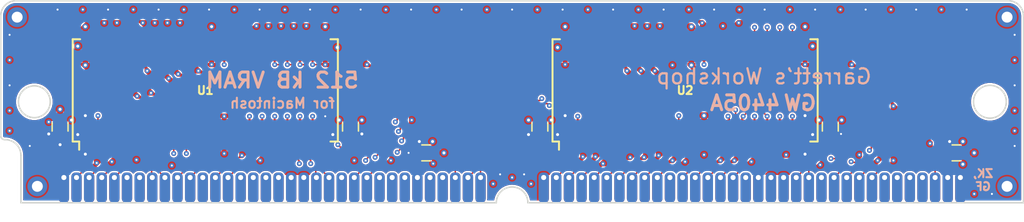
<source format=kicad_pcb>
(kicad_pcb (version 20211014) (generator pcbnew)
  (title_block (title "GW4405A") (date "2021-05-30") (rev "1.0") (company "Garrett's Workshop"))
  (layers (0 "F.Cu" signal) (1 "In1.Cu" power) (2 "In2.Cu" signal) (31 "B.Cu" power) (34 "B.Paste" user) (35 "F.Paste" user) (36 "B.SilkS" user "B.Silkscreen") (37 "F.SilkS" user "F.Silkscreen") (38 "B.Mask" user) (39 "F.Mask" user) (44 "Edge.Cuts" user))
  (net 0 "")
  (net 1 "+5V")
  (net 2 "/D0")
  (net 3 "/D1")
  (net 4 "/D2")
  (net 5 "/D3")
  (net 6 "GND")
  (net 7 "/D4")
  (net 8 "/D5")
  (net 9 "/D6")
  (net 10 "/D7")
  (net 11 "/A0")
  (net 12 "/A1")
  (net 13 "/A2")
  (net 14 "/A3")
  (net 15 "/A4")
  (net 16 "/A5")
  (net 17 "/A6")
  (net 18 "/A7")
  (net 19 "/D8")
  (net 20 "/D9")
  (net 21 "/D10")
  (net 22 "/D11")
  (net 23 "/D12")
  (net 24 "/D13")
  (net 25 "/D14")
  (net 26 "/D15")
  (net 27 "/A8")
  (net 28 "Net-(J1-Pad63)")
  (net 29 "/S14")
  (net 30 "/S15")
  (net 31 "/S13")
  (net 32 "/S12")
  (net 33 "Net-(J1-Pad51)")
  (net 34 "/U~{SE}")
  (net 35 "/U~{WE}")
  (net 36 "/S10")
  (net 37 "/S11")
  (net 38 "/U~{OE}")
  (net 39 "/S9")
  (net 40 "/S8")
  (net 41 "/SC")
  (net 42 "/L~{CAS}")
  (net 43 "/S6")
  (net 44 "/S7")
  (net 45 "/S5")
  (net 46 "/S4")
  (net 47 "/L~{SE}")
  (net 48 "/~{RAS}")
  (net 49 "/L~{WE}")
  (net 50 "/S2")
  (net 51 "/S3")
  (net 52 "/L~{OE}")
  (net 53 "/S1")
  (net 54 "/S0")
  (net 55 "/DSF")
  (net 56 "Net-(U1-Pad26)")
  (net 57 "Net-(U2-Pad26)")
  (net 58 "/U~{CAS}")
  (net 59 "/L~{OE}2")
  (net 60 "/L~{WE}2")
  (net 61 "/U~{OE}2")
  (net 62 "/U~{WE}2")
  (footprint "stdpads:PasteHole_1.1mm_PTH" (layer "F.Cu") (at 170.434 125.984)
    (fp_text reference "H3")
    (fp_text value " " hide)
  )
  (footprint "stdpads:PasteHole_1.1mm_PTH" (layer "F.Cu") (at 72.898 125.984)
    (fp_text reference "H2")
    (fp_text value " " hide)
  )
  (footprint "stdpads:Fiducial" (layer "F.Cu") (at 72.898 123.444)
    (fp_text reference "FID2" hide)
    (fp_text value "Fiducial" hide)
  )
  (footprint "stdpads:Fiducial" (layer "F.Cu") (at 170.434 123.444)
    (fp_text reference "FID3" hide)
    (fp_text value "Fiducial" hide)
  )
  (footprint "stdpads:C_0805" (layer "F.Cu") (at 75.184 120.015 90)
    (fp_text reference "C1")
    (fp_text value "2u2")
  )
  (footprint "stdpads:C_0805" (layer "F.Cu") (at 104.394 120.015 90)
    (fp_text reference "C2")
    (fp_text value "2u2")
  )
  (footprint "stdpads:Fiducial" (layer "F.Cu") (at 73.406 108.966)
    (fp_text reference "FID1" hide)
    (fp_text value "Fiducial" hide)
  )
  (footprint "stdpads:Fiducial" (layer "F.Cu") (at 167.894 108.966)
    (fp_text reference "FID4" hide)
    (fp_text value "Fiducial" hide)
  )
  (footprint "stdpads:PasteHole_1.1mm_PTH" (layer "F.Cu") (at 170.434 108.966)
    (fp_text reference "H4")
    (fp_text value " " hide)
  )
  (footprint "stdpads:PasteHole_1.1mm_PTH" (layer "F.Cu") (at 70.866 108.966)
    (fp_text reference "H1")
    (fp_text value " " hide)
  )
  (footprint "stdpads:C_0805" (layer "F.Cu") (at 123.444 120.015 90)
    (fp_text reference "C3")
    (fp_text value "2u2")
  )
  (footprint "stdpads:C_0805" (layer "F.Cu") (at 152.654 120.015 90)
    (fp_text reference "C4")
    (fp_text value "2u2")
  )
  (footprint "stdpads:C_0805" (layer "F.Cu") (at 165.315 122.6185)
    (fp_text reference "C6")
    (fp_text value "2u2")
  )
  (footprint "stdpads:MacVRAMSIMM_Edge" (layer "F.Cu") (at 120.65 127.635)
    (fp_text reference "J1" hide)
    (fp_text value "VRAM")
  )
  (footprint "stdpads:C_0805" (layer "F.Cu") (at 111.975 122.6185)
    (fp_text reference "C5")
    (fp_text value "2u2")
  )
  (footprint "stdpads:SOJ-40_400mil" (layer "F.Cu") (at 89.789 116.332 90)
    (fp_text reference "U1")
    (fp_text value "42C8255")
  )
  (footprint "stdpads:SOJ-40_400mil" (layer "F.Cu") (at 138.049 116.332 90)
    (fp_text reference "U2")
    (fp_text value "42C8255")
  )
  (gr_arc (start 119.0625 127.635) (mid 120.65 126.0475) (end 122.2375 127.635) (layer "Edge.Cuts") (width 0.15))
  (gr_arc (start 69.6595 121.285) (mid 70.782032 121.749968) (end 71.247 122.8725) (layer "Edge.Cuts") (width 0.15))
  (gr_line (start 69.215 120.904) (end 69.215 108.839) (layer "Edge.Cuts") (width 0.15))
  (gr_line (start 172.085 127.635) (end 172.085 108.839) (layer "Edge.Cuts") (width 0.15))
  (gr_line (start 122.2375 127.635) (end 172.085 127.635) (layer "Edge.Cuts") (width 0.15))
  (gr_line (start 71.247 127.635) (end 119.0625 127.635) (layer "Edge.Cuts") (width 0.15))
  (gr_line (start 71.247 122.8725) (end 71.247 127.635) (layer "Edge.Cuts") (width 0.15))
  (gr_circle (center 168.7068 117.475) (end 170.3578 117.475) (layer "Edge.Cuts") (width 0.15) (fill none))
  (gr_circle (center 72.5932 117.475) (end 74.1932 117.475) (layer "Edge.Cuts") (width 0.15) (fill none))
  (gr_line (start 70.739 107.315) (end 170.561 107.315) (layer "Edge.Cuts") (width 0.15))
  (gr_arc (start 170.561 107.315) (mid 171.638631 107.761369) (end 172.085 108.839) (layer "Edge.Cuts") (width 0.15))
  (gr_arc (start 69.215 108.839) (mid 69.661369 107.761369) (end 70.739 107.315) (layer "Edge.Cuts") (width 0.15))
  (gr_arc (start 69.596 121.285) (mid 69.326592 121.173408) (end 69.215 120.904) (layer "Edge.Cuts") (width 0.15))
  (gr_line (start 69.596 121.285) (end 69.6595 121.285) (layer "Edge.Cuts") (width 0.15))
  (gr_text "GW" (at 147.806214 117.602) (layer "B.SilkS") (effects (font (size 1.5 1.5) (thickness 0.3)) (justify right mirror)))
  (gr_text "for Macintosh" (at 97.536 117.6274) (layer "B.SilkS") (effects (font (size 1.016 1.016) (thickness 0.2032)) (justify mirror)))
  (gr_text "4405A" (at 147.785786 117.602) (layer "B.SilkS") (effects (font (size 1.5 1.5) (thickness 0.3)) (justify left mirror)))
  (gr_text "512 kB VRAM" (at 97.536 115.316) (layer "B.SilkS") (effects (font (size 1.524 1.524) (thickness 0.3)) (justify mirror)))
  (gr_text "Garrett’s Workshop" (at 145.9865 114.935) (layer "B.SilkS") (effects (font (size 1.524 1.524) (thickness 0.225)) (justify mirror)))
  (gr_text "ZK,\nGF" (at 168.021 125.349) (layer "B.SilkS") (effects (font (size 0.8128 0.8128) (thickness 0.2032)) (justify mirror)))
  (segment (start 125.984 120.802) (end 125.984 118.872) (width 0.6) (layer "F.Cu") (net 1))
  (segment (start 150.114 120.802) (end 150.114 118.872) (width 0.6) (layer "F.Cu") (net 1))
  (segment (start 74.1925 120.865) (end 74.041 120.7135) (width 0.6) (layer "F.Cu") (net 1))
  (segment (start 104.394 120.865) (end 104.2425 120.7135) (width 0.6) (layer "F.Cu") (net 1))
  (segment (start 111.125 122.6185) (end 110.236 122.6185) (width 0.5) (layer "F.Cu") (net 1))
  (segment (start 111.125 125.095) (end 111.125 122.6185) (width 0.8) (layer "F.Cu") (net 1))
  (segment (start 101.879 120.777) (end 101.854 120.802) (width 0.6) (layer "F.Cu") (net 1))
  (segment (start 125.222 120.777) (end 123.532 120.777) (width 0.6) (layer "F.Cu") (net 1))
  (segment (start 111.125 122.6185) (end 111.125 121.666) (width 0.6) (layer "F.Cu") (net 1))
  (segment (start 150.876 120.777) (end 150.139 120.777) (width 0.6) (layer "F.Cu") (net 1))
  (segment (start 123.532 120.777) (end 123.444 120.865) (width 0.6) (layer "F.Cu") (net 1))
  (segment (start 123.444 120.865) (end 122.389 120.865) (width 0.6) (layer "F.Cu") (net 1))
  (segment (start 75.272 120.777) (end 76.962 120.777) (width 0.6) (layer "F.Cu") (net 1))
  (segment (start 77.724 120.802) (end 77.724 122.7455) (width 0.6) (layer "F.Cu") (net 1))
  (segment (start 102.6795 120.7135) (end 102.616 120.777) (width 0.6) (layer "F.Cu") (net 1))
  (segment (start 164.465 122.6185) (end 164.465 121.666) (width 0.6) (layer "F.Cu") (net 1))
  (segment (start 152.654 120.865) (end 153.582 120.865) (width 0.5) (layer "F.Cu") (net 1))
  (segment (start 150.139 120.777) (end 150.114 120.802) (width 0.6) (layer "F.Cu") (net 1))
  (segment (start 104.394 120.865) (end 105.3855 120.865) (width 0.6) (layer "F.Cu") (net 1))
  (segment (start 149.2885 123.571) (end 150.114 122.7455) (width 0.6) (layer "F.Cu") (net 1))
  (segment (start 153.582 120.865) (end 153.7335 120.7135) (width 0.5) (layer "F.Cu") (net 1))
  (segment (start 77.724 123.444) (end 77.1525 124.0155) (width 0.6) (layer "F.Cu") (net 1))
  (segment (start 77.1525 124.0155) (end 76.3905 124.0155) (width 0.6) (layer "F.Cu") (net 1))
  (segment (start 111.125 121.666) (end 111.3155 121.4755) (width 0.6) (layer "F.Cu") (net 1))
  (segment (start 105.3855 120.865) (end 105.537 120.7135) (width 0.6) (layer "F.Cu") (net 1))
  (segment (start 152.566 120.777) (end 152.654 120.865) (width 0.6) (layer "F.Cu") (net 1))
  (segment (start 75.184 120.865) (end 75.272 120.777) (width 0.6) (layer "F.Cu") (net 1))
  (segment (start 164.465 121.666) (end 164.6555 121.4755) (width 0.6) (layer "F.Cu") (net 1))
  (segment (start 76.3905 124.0155) (end 75.565 124.841) (width 0.6) (layer "F.Cu") (net 1))
  (segment (start 102.616 120.777) (end 101.879 120.777) (width 0.6) (layer "F.Cu") (net 1))
  (segment (start 122.389 120.865) (end 122.301 120.777) (width 0.6) (layer "F.Cu") (net 1))
  (segment (start 125.222 120.777) (end 125.959 120.777) (width 0.6) (layer "F.Cu") (net 1))
  (segment (start 145.415 125.095) (end 145.415 124.7775) (width 0.6) (layer "F.Cu") (net 1))
  (segment (start 145.415 124.7775) (end 146.6215 123.571) (width 0.6) (layer "F.Cu") (net 1))
  (segment (start 77.724 120.802) (end 77.724 118.872) (width 0.6) (layer "F.Cu") (net 1))
  (segment (start 164.465 125.095) (end 164.465 122.6185) (width 0.8) (layer "F.Cu") (net 1))
  (segment (start 75.184 120.865) (end 74.1925 120.865) (width 0.6) (layer "F.Cu") (net 1))
  (segment (start 75.565 124.841) (end 75.565 125.095) (width 0.6) (layer "F.Cu") (net 1))
  (segment (start 146.6215 123.571) (end 149.2885 123.571) (width 0.6) (layer "F.Cu") (net 1))
  (segment (start 77.699 120.777) (end 77.724 120.802) (width 0.6) (layer "F.Cu") (net 1))
  (segment (start 76.962 120.777) (end 77.699 120.777) (width 0.6) (layer "F.Cu") (net 1))
  (segment (start 150.114 120.802) (end 150.114 122.7455) (width 0.6) (layer "F.Cu") (net 1))
  (segment (start 150.876 120.777) (end 152.566 120.777) (width 0.6) (layer "F.Cu") (net 1))
  (segment (start 75.184 120.865) (end 75.184 121.793) (width 0.6) (layer "F.Cu") (net 1))
  (segment (start 77.724 122.7455) (end 77.724 123.444) (width 0.6) (layer "F.Cu") (net 1))
  (segment (start 101.854 120.802) (end 101.854 118.9355) (width 0.5) (layer "F.Cu") (net 1))
  (segment (start 125.959 120.777) (end 125.984 120.802) (width 0.6) (layer "F.Cu") (net 1))
  (segment (start 104.2425 120.7135) (end 102.6795 120.7135) (width 0.6) (layer "F.Cu") (net 1))
  (via (at 125.984 118.872) (size 0.6) (drill 0.3) (layers "F.Cu" "B.Cu") (net 1))
  (via (at 125.222 120.777) (size 0.6) (drill 0.3) (layers "F.Cu" "B.Cu") (net 1))
  (via (at 150.114 118.872) (size 0.6) (drill 0.3) (layers "F.Cu" "B.Cu") (net 1))
  (via (at 150.876 120.777) (size 0.6) (drill 0.3) (layers "F.Cu" "B.Cu") (net 1))
  (via (at 115.57 108.204) (size 0.5) (drill 0.2) (layers "F.Cu" "B.Cu") (net 1))
  (via (at 100.33 108.204) (size 0.5) (drill 0.2) (layers "F.Cu" "B.Cu") (net 1))
  (via (at 80.01 108.204) (size 0.5) (drill 0.2) (layers "F.Cu" "B.Cu") (net 1))
  (via (at 125.73 108.204) (size 0.5) (drill 0.2) (layers "F.Cu" "B.Cu") (net 1))
  (via (at 135.89 108.204) (size 0.5) (drill 0.2) (layers "F.Cu" "B.Cu") (net 1))
  (via (at 161.29 108.204) (size 0.5) (drill 0.2) (layers "F.Cu" "B.Cu") (net 1))
  (via (at 140.97 108.204) (size 0.5) (drill 0.2) (layers "F.Cu" "B.Cu") (net 1))
  (via (at 95.25 108.204) (size 0.5) (drill 0.2) (layers "F.Cu" "B.Cu") (net 1))
  (via (at 130.81 108.204) (size 0.5) (drill 0.2) (layers "F.Cu" "B.Cu") (net 1))
  (via (at 151.13 108.204) (size 0.5) (drill 0.2) (layers "F.Cu" "B.Cu") (net 1))
  (via (at 105.41 108.204) (size 0.5) (drill 0.2) (layers "F.Cu" "B.Cu") (net 1))
  (via (at 120.65 108.204) (size 0.5) (drill 0.2) (layers "F.Cu" "B.Cu") (net 1))
  (via (at 156.21 108.204) (size 0.5) (drill 0.2) (layers "F.Cu" "B.Cu") (net 1))
  (via (at 166.37 108.204) (size 0.5) (drill 0.2) (layers "F.Cu" "B.Cu") (net 1))
  (via (at 90.17 108.204) (size 0.5) (drill 0.2) (layers "F.Cu" "B.Cu") (net 1))
  (via (at 146.05 108.204) (size 0.5) (drill 0.2) (layers "F.Cu" "B.Cu") (net 1))
  (via (at 85.09 108.204) (size 0.5) (drill 0.2) (layers "F.Cu" "B.Cu") (net 1))
  (via (at 110.49 108.204) (size 0.5) (drill 0.2) (layers "F.Cu" "B.Cu") (net 1))
  (via (at 74.93 108.204) (size 0.5) (drill 0.2) (layers "F.Cu" "B.Cu") (net 1))
  (via (at 171.196 110.744) (size 0.5) (drill 0.2) (layers "F.Cu" "B.Cu") (net 1))
  (via (at 171.196 115.824) (size 0.5) (drill 0.2) (layers "F.Cu" "B.Cu") (net 1))
  (via (at 70.104 115.824) (size 0.5) (drill 0.2) (layers "F.Cu" "B.Cu") (net 1))
  (via (at 70.104 110.744) (size 0.5) (drill 0.2) (layers "F.Cu" "B.Cu") (net 1))
  (via (at 171.196 121.92) (size 0.5) (drill 0.2) (layers "F.Cu" "B.Cu") (net 1))
  (via (at 72.136 121.92) (size 0.5) (drill 0.2) (layers "F.Cu" "B.Cu") (net 1))
  (via (at 168.91 126.746) (size 0.5) (drill 0.2) (layers "F.Cu" "B.Cu") (net 1))
  (via (at 119.4435 124.7775) (size 0.5) (drill 0.2) (layers "F.Cu" "B.Cu") (net 1))
  (via (at 121.8565 124.7775) (size 0.5) (drill 0.2) (layers "F.Cu" "B.Cu") (net 1))
  (via (at 153.7335 120.7135) (size 0.5) (drill 0.2) (layers "F.Cu" "B.Cu") (net 1))
  (via (at 75.184 121.793) (size 0.6) (drill 0.3) (layers "F.Cu" "B.Cu") (net 1))
  (via (at 150.114 122.7455) (size 0.6) (drill 0.3) (layers "F.Cu" "B.Cu") (net 1))
  (via (at 105.537 120.7135) (size 0.6) (drill 0.3) (layers "F.Cu" "B.Cu") (net 1))
  (via (at 164.6555 121.4755) (size 0.6) (drill 0.3) (layers "F.Cu" "B.Cu") (net 1))
  (via (at 77.724 122.7455) (size 0.6) (drill 0.3) (layers "F.Cu" "B.Cu") (net 1))
  (via (at 74.041 120.7135) (size 0.6) (drill 0.3) (layers "F.Cu" "B.Cu") (net 1))
  (via (at 110.236 122.6185) (size 0.5) (drill 0.2) (layers "F.Cu" "B.Cu") (net 1))
  (via (at 77.724 118.872) (size 0.6) (drill 0.3) (layers "F.Cu" "B.Cu") (net 1))
  (via (at 122.301 120.777) (size 0.6) (drill 0.3) (layers "F.Cu" "B.Cu") (net 1))
  (via (at 102.616 120.777) (size 0.6) (drill 0.3) (layers "F.Cu" "B.Cu") (net 1))
  (via (at 101.854 118.9355) (size 0.5) (drill 0.2) (layers "F.Cu" "B.Cu") (net 1))
  (via (at 76.962 120.777) (size 0.6) (drill 0.3) (layers "F.Cu" "B.Cu") (net 1))
  (via (at 111.3155 121.4755) (size 0.6) (drill 0.3) (layers "F.Cu" "B.Cu") (net 1))
  (segment (start 75.565 125.095) (end 75.565 124.3965) (width 1) (layer "B.Cu") (net 1))
  (segment (start 164.465 125.095) (end 164.465 124.3965) (width 1) (layer "B.Cu") (net 1))
  (segment (start 145.415 125.095) (end 145.415 124.3965) (width 1) (layer "B.Cu") (net 1))
  (segment (start 111.125 125.095) (end 111.125 124.3965) (width 1) (layer "B.Cu") (net 1))
  (segment (start 86.614 120.802) (end 86.614 122.682) (width 0.15) (layer "F.Cu") (net 2))
  (via (at 86.614 122.682) (size 0.5) (drill 0.2) (layers "F.Cu" "B.Cu") (net 2))
  (segment (start 87.884 120.802) (end 87.884 122.682) (width 0.15) (layer "F.Cu") (net 3))
  (via (at 87.884 122.682) (size 0.5) (drill 0.2) (layers "F.Cu" "B.Cu") (net 3))
  (segment (start 93.94825 124.0155) (end 93.1545 124.0155) (width 0.15) (layer "F.Cu") (net 4))
  (segment (start 94.869 118.4275) (end 95.6945 118.4275) (width 0.15) (layer "F.Cu") (net 4))
  (segment (start 89.154 119.146) (end 90.19 118.11) (width 0.15) (layer "F.Cu") (net 4))
  (segment (start 94.5515 118.11) (end 94.869 118.4275) (width 0.15) (layer "F.Cu") (net 4))
  (segment (start 96.139 118.872) (end 96.139 122.428) (width 0.15) (layer "F.Cu") (net 4))
  (segment (start 95.28175 122.682) (end 93.94825 124.0155) (width 0.15) (layer "F.Cu") (net 4))
  (segment (start 95.6945 118.4275) (end 96.139 118.872) (width 0.15) (layer "F.Cu") (net 4))
  (segment (start 95.885 122.682) (end 95.28175 122.682) (width 0.15) (layer "F.Cu") (net 4))
  (segment (start 96.139 122.428) (end 95.885 122.682) (width 0.15) (layer "F.Cu") (net 4))
  (segment (start 93.1545 124.0155) (end 92.075 125.095) (width 0.15) (layer "F.Cu") (net 4))
  (segment (start 90.19 118.11) (end 94.5515 118.11) (width 0.15) (layer "F.Cu") (net 4))
  (segment (start 89.154 120.802) (end 89.154 119.146) (width 0.15) (layer "F.Cu") (net 4))
  (segment (start 94.869 122.6185) (end 94.869 118.872) (width 0.15) (layer "F.Cu") (net 5))
  (segment (start 94.4245 118.4275) (end 91.1225 118.4275) (width 0.15) (layer "F.Cu") (net 5))
  (segment (start 93.0275 123.698) (end 93.7895 123.698) (width 0.15) (layer "F.Cu") (net 5))
  (segment (start 92.5195 124.206) (end 93.0275 123.698) (width 0.15) (layer "F.Cu") (net 5))
  (segment (start 91.1225 118.4275) (end 90.424 119.126) (width 0.15) (layer "F.Cu") (net 5))
  (segment (start 91.694 124.206) (end 92.5195 124.206) (width 0.15) (layer "F.Cu") (net 5))
  (segment (start 93.7895 123.698) (end 94.869 122.6185) (width 0.15) (layer "F.Cu") (net 5))
  (segment (start 94.869 118.872) (end 94.4245 118.4275) (width 0.15) (layer "F.Cu") (net 5))
  (segment (start 90.424 119.126) (end 90.424 120.802) (width 0.15) (layer "F.Cu") (net 5))
  (segment (start 90.805 125.095) (end 91.694 124.206) (width 0.15) (layer "F.Cu") (net 5))
  (segment (start 150.851 111.862) (end 150.876 111.887) (width 0.6) (layer "F.Cu") (net 6))
  (segment (start 150.114 111.862) (end 150.851 111.862) (width 0.6) (layer "F.Cu") (net 6))
  (segment (start 139.954 120.802) (end 139.954 118.872) (width 0.6) (layer "F.Cu") (net 6))
  (segment (start 150.114 111.862) (end 150.114 109.9185) (width 0.6) (layer "F.Cu") (net 6))
  (segment (start 125.984 111.862) (end 125.984 109.9185) (width 0.6) (layer "F.Cu") (net 6))
  (segment (start 138.684 111.862) (end 138.684 109.9185) (width 0.6) (layer "F.Cu") (net 6))
  (segment (start 138.684 111.862) (end 138.684 113.792) (width 0.6) (layer "F.Cu") (net 6))
  (segment (start 124.4355 119.165) (end 124.587 119.3165) (width 0.6) (layer "F.Cu") (net 6))
  (segment (start 123.444 119.165) (end 124.4355 119.165) (width 0.6) (layer "F.Cu") (net 6))
  (segment (start 122.4525 119.165) (end 122.301 119.3165) (width 0.6) (layer "F.Cu") (net 6))
  (segment (start 123.444 119.165) (end 122.4525 119.165) (width 0.6) (layer "F.Cu") (net 6))
  (segment (start 152.654 119.165) (end 153.6455 119.165) (width 0.6) (layer "F.Cu") (net 6))
  (segment (start 151.6625 119.165) (end 151.511 119.3165) (width 0.6) (layer "F.Cu") (net 6))
  (segment (start 152.654 119.165) (end 151.6625 119.165) (width 0.6) (layer "F.Cu") (net 6))
  (segment (start 153.6455 119.165) (end 153.797 119.3165) (width 0.6) (layer "F.Cu") (net 6))
  (segment (start 77.724 111.862) (end 77.724 109.9185) (width 0.6) (layer "F.Cu") (net 6))
  (segment (start 112.825 123.5855) (end 112.7125 123.698) (width 0.5) (layer "F.Cu") (net 6))
  (segment (start 112.825 122.6185) (end 112.825 121.6515) (width 0.6) (layer "F.Cu") (net 6))
  (segment (start 166.165 121.6515) (end 165.989 121.4755) (width 0.6) (layer "F.Cu") (net 6))
  (segment (start 166.165 122.6185) (end 166.165 121.6515) (width 0.6) (layer "F.Cu") (net 6))
  (segment (start 75.184 119.165) (end 76.1755 119.165) (width 0.6) (layer "F.Cu") (net 6))
  (segment (start 125.984 111.862) (end 125.984 113.7285) (width 0.5) (layer "F.Cu") (net 6))
  (segment (start 75.184 119.165) (end 75.184 118.237) (width 0.6) (layer "F.Cu") (net 6))
  (segment (start 150.114 111.862) (end 150.114 113.7285) (width 0.5) (layer "F.Cu") (net 6))
  (segment (start 91.694 120.802) (end 91.694 122.682) (width 0.5) (layer "F.Cu") (net 6))
  (segment (start 104.394 119.165) (end 105.3855 119.165) (width 0.6) (layer "F.Cu") (net 6))
  (segment (start 166.165 122.6185) (end 167.132 122.6185) (width 0.6) (layer "F.Cu") (net 6))
  (segment (start 101.854 111.862) (end 101.854 113.7412) (width 0.5) (layer "F.Cu") (net 6))
  (segment (start 125.984 111.862) (end 125.832 112.014) (width 0.6) (layer "F.Cu") (net 6))
  (segment (start 76.1755 119.165) (end 76.327 119.3165) (width 0.6) (layer "F.Cu") (net 6))
  (segment (start 98.425 125.095) (end 98.425 124.7775) (width 1) (layer "F.Cu") (net 6))
  (segment (start 104.394 119.165) (end 103.4025 119.165) (width 0.6) (layer "F.Cu") (net 6))
  (segment (start 112.825 122.6185) (end 112.825 123.5855) (width 0.5) (layer "F.Cu") (net 6))
  (segment (start 99.695 125.095) (end 99.695 124.7775) (width 1) (layer "F.Cu") (net 6))
  (segment (start 166.165 123.5855) (end 165.989 123.7615) (width 0.6) (layer "F.Cu") (net 6))
  (segment (start 75.184 119.165) (end 74.3195 119.165) (width 0.5) (layer "F.Cu") (net 6))
  (segment (start 90.424 111.862) (end 90.424 109.9185) (width 0.6) (layer "F.Cu") (net 6))
  (segment (start 166.165 122.6185) (end 166.165 123.5855) (width 0.6) (layer "F.Cu") (net 6))
  (segment (start 101.854 111.862) (end 102.006 112.014) (width 0.6) (layer "F.Cu") (net 6))
  (segment (start 90.424 111.862) (end 90.424 113.7285) (width 0.5) (layer "F.Cu") (net 6))
  (segment (start 105.3855 119.165) (end 105.537 119.3165) (width 0.6) (layer "F.Cu") (net 6))
  (segment (start 77.724 111.862) (end 76.987 111.862) (width 0.6) (layer "F.Cu") (net 6))
  (segment (start 112.825 121.6515) (end 112.649 121.4755) (width 0.6) (layer "F.Cu") (net 6))
  (segment (start 123.825 125.095) (end 123.825 124.46) (width 1) (layer "F.Cu") (net 6))
  (segment (start 102.006 112.014) (end 103.0605 112.014) (width 0.6) (layer "F.Cu") (net 6))
  (segment (start 77.724 111.862) (end 77.724 113.792) (width 0.6) (layer "F.Cu") (net 6))
  (segment (start 103.4025 119.165) (end 103.251 119.3165) (width 0.6) (layer "F.Cu") (net 6))
  (segment (start 101.854 111.862) (end 101.854 109.9185) (width 0.6) (layer "F.Cu") (net 6))
  (segment (start 125.832 112.014) (end 125.222 112.014) (width 0.6) (layer "F.Cu") (net 6))
  (segment (start 76.987 111.862) (end 76.962 111.887) (width 0.6) (layer "F.Cu") (net 6))
  (segment (start 112.825 122.6185) (end 113.792 122.6185) (width 0.6) (layer "F.Cu") (net 6))
  (segment (start 139.954 120.802) (end 139.954 122.809) (width 0.5) (layer "F.Cu") (net 6))
  (segment (start 147.955 125.095) (end 147.955 124.7775) (width 1) (layer "F.Cu") (net 6))
  (segment (start 91.694 120.802) (end 91.694 118.9355) (width 0.5) (layer "F.Cu") (net 6))
  (via (at 120.65 125.095) (size 0.508) (drill 0.2) (layers "F.Cu" "B.Cu") (net 6))
  (via (at 118.745 125.73) (size 0.508) (drill 0.2) (layers "F.Cu" "B.Cu") (net 6))
  (via (at 150.876 111.887) (size 0.6) (drill 0.3) (layers "F.Cu" "B.Cu") (net 6))
  (via (at 139.954 118.872) (size 0.6) (drill 0.3) (layers "F.Cu" "B.Cu") (net 6))
  (via (at 150.114 109.9185) (size 0.6) (drill 0.3) (layers "F.Cu" "B.Cu") (net 6))
  (via (at 125.984 109.9185) (size 0.6) (drill 0.3) (layers "F.Cu" "B.Cu") (net 6))
  (via (at 138.684 109.9185) (size 0.6) (drill 0.3) (layers "F.Cu" "B.Cu") (net 6))
  (via (at 138.684 113.792) (size 0.6) (drill 0.3) (layers "F.Cu" "B.Cu") (net 6))
  (via (at 122.301 119.3165) (size 0.6) (drill 0.3) (layers "F.Cu" "B.Cu") (net 6))
  (via (at 124.587 119.3165) (size 0.6) (drill 0.3) (layers "F.Cu" "B.Cu") (net 6))
  (via (at 151.511 119.3165) (size 0.6) (drill 0.3) (layers "F.Cu" "B.Cu") (net 6))
  (via (at 153.797 119.3165) (size 0.6) (drill 0.3) (layers "F.Cu" "B.Cu") (net 6))
  (via (at 122.555 125.73) (size 0.508) (drill 0.2) (layers "F.Cu" "B.Cu") (net 6))
  (via (at 139.954 118.872) (size 0.6) (drill 0.3) (layers "F.Cu" "B.Cu") (net 6))
  (via (at 135.509 109.855) (size 0.5) (drill 0.2) (layers "F.Cu" "B.Cu") (net 6))
  (via (at 83.947 114.3635) (size 0.5) (drill 0.2) (layers "F.Cu" "B.Cu") (net 6))
  (via (at 136.779 123.3805) (size 0.5) (drill 0.2) (layers "F.Cu" "B.Cu") (net 6))
  (via (at 141.605 123.3805) (size 0.5) (drill 0.2) (layers "F.Cu" "B.Cu") (net 6))
  (via (at 143.002 123.3805) (size 0.5) (drill 0.2) (layers "F.Cu" "B.Cu") (net 6))
  (via (at 144.7165 123.5075) (size 0.5) (drill 0.2) (layers "F.Cu" "B.Cu") (net 6))
  (via (at 127.762 122.9995) (size 0.5) (drill 0.2) (layers "F.Cu" "B.Cu") (net 6))
  (via (at 129.032 122.9995) (size 0.5) (drill 0.2) (layers "F.Cu" "B.Cu") (net 6))
  (via (at 129.794 123.698) (size 0.5) (drill 0.2) (layers "F.Cu" "B.Cu") (net 6))
  (via (at 138.049 123.5075) (size 0.5) (drill 0.2) (layers "F.Cu" "B.Cu") (net 6))
  (via (at 136.779 113.792) (size 0.5) (drill 0.2) (layers "F.Cu" "B.Cu") (net 6))
  (via (at 82.8675 123.317) (size 0.5) (drill 0.2) (layers "F.Cu" "B.Cu") (net 6))
  (via (at 78.867 123.6345) (size 0.5) (drill 0.2) (layers "F.Cu" "B.Cu") (net 6))
  (via (at 80.391 123.5075) (size 0.5) (drill 0.2) (layers "F.Cu" "B.Cu") (net 6))
  (via (at 86.4235 123.8885) (size 0.5) (drill 0.2) (layers "F.Cu" "B.Cu") (net 6))
  (via (at 84.328 116.586) (size 0.5) (drill 0.2) (layers "F.Cu" "B.Cu") (net 6))
  (via (at 82.931 116.9035) (size 0.5) (drill 0.2) (layers "F.Cu" "B.Cu") (net 6))
  (via (at 93.472 122.8725) (size 0.5) (drill 0.2) (layers "F.Cu" "B.Cu") (net 6))
  (via (at 135.382 122.8725) (size 0.5) (drill 0.2) (layers "F.Cu" "B.Cu") (net 6))
  (via (at 133.9215 123.063) (size 0.5) (drill 0.2) (layers "F.Cu" "B.Cu") (net 6))
  (via (at 132.5245 123.063) (size 0.5) (drill 0.2) (layers "F.Cu" "B.Cu") (net 6))
  (via (at 77.47 108.204) (size 0.5) (drill 0.2) (layers "F.Cu" "B.Cu") (net 6))
  (via (at 123.19 108.204) (size 0.5) (drill 0.2) (layers "F.Cu" "B.Cu") (net 6))
  (via (at 118.11 108.204) (size 0.5) (drill 0.2) (layers "F.Cu" "B.Cu") (net 6))
  (via (at 113.03 108.204) (size 0.5) (drill 0.2) (layers "F.Cu" "B.Cu") (net 6))
  (via (at 102.87 108.204) (size 0.5) (drill 0.2) (layers "F.Cu" "B.Cu") (net 6))
  (via (at 107.95 108.204) (size 0.5) (drill 0.2) (layers "F.Cu" "B.Cu") (net 6))
  (via (at 97.79 108.204) (size 0.5) (drill 0.2) (layers "F.Cu" "B.Cu") (net 6))
  (via (at 92.71 108.204) (size 0.5) (drill 0.2) (layers "F.Cu" "B.Cu") (net 6))
  (via (at 87.63 108.204) (size 0.5) (drill 0.2) (layers "F.Cu" "B.Cu") (net 6))
  (via (at 82.55 108.204) (size 0.5) (drill 0.2) (layers "F.Cu" "B.Cu") (net 6))
  (via (at 163.83 108.204) (size 0.5) (drill 0.2) (layers "F.Cu" "B.Cu") (net 6))
  (via (at 148.59 108.204) (size 0.5) (drill 0.2) (layers "F.Cu" "B.Cu") (net 6))
  (via (at 128.27 108.204) (size 0.5) (drill 0.2) (layers "F.Cu" "B.Cu") (net 6))
  (via (at 143.51 108.204) (size 0.5) (drill 0.2) (layers "F.Cu" "B.Cu") (net 6))
  (via (at 153.67 108.204) (size 0.5) (drill 0.2) (layers "F.Cu" "B.Cu") (net 6))
  (via (at 138.43 108.204) (size 0.5) (drill 0.2) (layers "F.Cu" "B.Cu") (net 6))
  (via (at 133.35 108.204) (size 0.5) (drill 0.2) (layers "F.Cu" "B.Cu") (net 6))
  (via (at 158.75 108.204) (size 0.5) (drill 0.2) (layers "F.Cu" "B.Cu") (net 6))
  (via (at 171.196 113.284) (size 0.5) (drill 0.2) (layers "F.Cu" "B.Cu") (net 6))
  (via (at 171.196 118.364) (size 0.5) (drill 0.2) (layers "F.Cu" "B.Cu") (net 6))
  (via (at 70.104 113.284) (size 0.5) (drill 0.2) (layers "F.Cu" "B.Cu") (net 6))
  (via (at 70.104 118.364) (size 0.5) (drill 0.2) (layers "F.Cu" "B.Cu") (net 6))
  (via (at 70.104 120.396) (size 0.5) (drill 0.2) (layers "F.Cu" "B.Cu") (net 6))
  (via (at 171.196 120.396) (size 0.5) (drill 0.2) (layers "F.Cu" "B.Cu") (net 6))
  (via (at 167.132 126.746) (size 0.5) (drill 0.2) (layers "F.Cu" "B.Cu") (net 6))
  (via (at 151.638 123.825) (size 0.5) (drill 0.2) (layers "F.Cu" "B.Cu") (net 6))
  (via (at 89.0905 114.3635) (size 0.5) (drill 0.2) (layers "F.Cu" "B.Cu") (net 6))
  (via (at 79.629 109.5375) (size 0.5) (drill 0.2) (layers "F.Cu" "B.Cu") (net 6))
  (via (at 83.5025 109.5375) (size 0.5) (drill 0.2) (layers "F.Cu" "B.Cu") (net 6))
  (via (at 87.0585 114.681) (size 0.5) (drill 0.2) (layers "F.Cu" "B.Cu") (net 6))
  (via (at 86.106 115.1255) (size 0.5) (drill 0.2) (layers "F.Cu" "B.Cu") (net 6))
  (via (at 132.969 109.855) (size 0.5) (drill 0.2) (layers "F.Cu" "B.Cu") (net 6))
  (via (at 134.239 109.855) (size 0.5) (drill 0.2) (layers "F.Cu" "B.Cu") (net 6))
  (via (at 96.139 109.855) (size 0.5) (drill 0.2) (layers "F.Cu" "B.Cu") (net 6))
  (via (at 97.409 109.855) (size 0.5) (drill 0.2) (layers "F.Cu" "B.Cu") (net 6))
  (via (at 98.679 109.855) (size 0.5) (drill 0.2) (layers "F.Cu" "B.Cu") (net 6))
  (via (at 99.949 109.855) (size 0.5) (drill 0.2) (layers "F.Cu" "B.Cu") (net 6))
  (via (at 94.9325 109.855) (size 0.5) (drill 0.2) (layers "F.Cu" "B.Cu") (net 6))
  (via (at 84.709 109.5375) (size 0.5) (drill 0.2) (layers "F.Cu" "B.Cu") (net 6))
  (via (at 85.979 109.5375) (size 0.5) (drill 0.2) (layers "F.Cu" "B.Cu") (net 6))
  (via (at 87.249 109.5375) (size 0.5) (drill 0.2) (layers "F.Cu" "B.Cu") (net 6))
  (via (at 80.899 109.5375) (size 0.5) (drill 0.2) (layers "F.Cu" "B.Cu") (net 6))
  (via (at 143.4465 109.5375) (size 0.5) (drill 0.2) (layers "F.Cu" "B.Cu") (net 6))
  (via (at 141.859 109.855) (size 0.5) (drill 0.2) (layers "F.Cu" "B.Cu") (net 6))
  (via (at 132.207 114.3635) (size 0.5) (drill 0.2) (layers "F.Cu" "B.Cu") (net 6))
  (via (at 148.209 122.809) (size 0.5) (drill 0.2) (layers "F.Cu" "B.Cu") (net 6))
  (via (at 135.001 114.3635) (size 0.5) (drill 0.2) (layers "F.Cu" "B.Cu") (net 6))
  (via (at 155.575 122.809) (size 0.5) (drill 0.2) (layers "F.Cu" "B.Cu") (net 6))
  (via (at 157.4165 123.3805) (size 0.5) (drill 0.2) (layers "F.Cu" "B.Cu") (net 6))
  (via (at 104.775 123.3805) (size 0.5) (drill 0.2) (layers "F.Cu" "B.Cu") (net 6))
  (via (at 133.604 114.3635) (size 0.5) (drill 0.2) (layers "F.Cu" "B.Cu") (net 6))
  (via (at 139.7635 109.5375) (size 0.5) (drill 0.2) (layers "F.Cu" "B.Cu") (net 6))
  (via (at 106.045 113.7285) (size 0.5) (drill 0.2) (layers "F.Cu" "B.Cu") (net 6))
  (via (at 110.5535 119.3165) (size 0.5) (drill 0.2) (layers "F.Cu" "B.Cu") (net 6))
  (via (at 159.004 117.9195) (size 0.5) (drill 0.2) (layers "F.Cu" "B.Cu") (net 6))
  (via (at 154.813 113.7285) (size 0.5) (drill 0.2) (layers "F.Cu" "B.Cu") (net 6))
  (via (at 162.687 121.666) (size 0.5) (drill 0.2) (layers "F.Cu" "B.Cu") (net 6))
  (via (at 159.004 123.3805) (size 0.5) (drill 0.2) (layers "F.Cu" "B.Cu") (net 6))
  (via (at 108.458 123.3805) (size 0.5) (drill 0.2) (layers "F.Cu" "B.Cu") (net 6))
  (via (at 95.3135 123.3805) (size 0.5) (drill 0.2) (layers "F.Cu" "B.Cu") (net 6))
  (via (at 112.7125 123.698) (size 0.5) (drill 0.2) (layers "F.Cu" "B.Cu") (net 6))
  (via (at 167.132 122.6185) (size 0.6) (drill 0.3) (layers "F.Cu" "B.Cu") (net 6))
  (via (at 77.724 113.792) (size 0.6) (drill 0.3) (layers "F.Cu" "B.Cu") (net 6))
  (via (at 165.989 123.7615) (size 0.6) (drill 0.3) (layers "F.Cu" "B.Cu") (net 6))
  (via (at 90.424 109.9185) (size 0.6) (drill 0.3) (layers "F.Cu" "B.Cu") (net 6))
  (via (at 74.041 119.507) (size 0.5) (drill 0.2) (layers "F.Cu" "B.Cu") (net 6))
  (via (at 165.989 121.4755) (size 0.6) (drill 0.3) (layers "F.Cu" "B.Cu") (net 6))
  (via (at 101.854 113.7412) (size 0.5) (drill 0.2) (layers "F.Cu" "B.Cu") (net 6))
  (via (at 101.854 109.9185) (size 0.6) (drill 0.3) (layers "F.Cu" "B.Cu") (net 6))
  (via (at 91.694 122.682) (size 0.5) (drill 0.2) (layers "F.Cu" "B.Cu") (net 6))
  (via (at 112.649 121.4755) (size 0.6) (drill 0.3) (layers "F.Cu" "B.Cu") (net 6))
  (via (at 113.792 122.6185) (size 0.6) (drill 0.3) (layers "F.Cu" "B.Cu") (net 6))
  (via (at 76.962 111.887) (size 0.6) (drill 0.3) (layers "F.Cu" "B.Cu") (net 6))
  (via (at 139.954 122.809) (size 0.5) (drill 0.2) (layers "F.Cu" "B.Cu") (net 6))
  (via (at 105.537 119.3165) (size 0.6) (drill 0.3) (layers "F.Cu" "B.Cu") (net 6))
  (via (at 125.222 112.014) (size 0.6) (drill 0.3) (layers "F.Cu" "B.Cu") (net 6))
  (via (at 150.114 113.7285) (size 0.5) (drill 0.2) (layers "F.Cu" "B.Cu") (net 6))
  (via (at 76.327 119.3165) (size 0.6) (drill 0.3) (layers "F.Cu" "B.Cu") (net 6))
  (via (at 103.251 119.3165) (size 0.6) (drill 0.3) (layers "F.Cu" "B.Cu") (net 6))
  (via (at 77.724 109.9185) (size 0.6) (drill 0.3) (layers "F.Cu" "B.Cu") (net 6))
  (via (at 90.424 113.7285) (size 0.5) (drill 0.2) (layers "F.Cu" "B.Cu") (net 6))
  (via (at 91.694 118.9355) (size 0.5) (drill 0.2) (layers "F.Cu" "B.Cu") (net 6))
  (via (at 103.0605 112.014) (size 0.6) (drill 0.3) (layers "F.Cu" "B.Cu") (net 6))
  (via (at 125.984 113.7285) (size 0.5) (drill 0.2) (layers "F.Cu" "B.Cu") (net 6))
  (via (at 75.184 118.237) (size 0.6) (drill 0.3) (layers "F.Cu" "B.Cu") (net 6))
  (segment (start 89.154 111.862) (end 89.154 113.7285) (width 0.15) (layer "F.Cu") (net 7))
  (segment (start 99.441 115.57) (end 99.7585 115.8875) (width 0.15) (layer "F.Cu") (net 7))
  (segment (start 96.393 114.935) (end 97.155 114.935) (width 0.15) (layer "F.Cu") (net 7))
  (segment (start 100.9015 116.2685) (end 105.6005 116.2685) (width 0.15) (layer "F.Cu") (net 7))
  (segment (start 107.7595 122.8725) (end 106.426 124.206) (width 0.15) (layer "F.Cu") (net 7))
  (segment (start 105.6005 116.2685) (end 107.7595 118.4275) (width 0.15) (layer "F.Cu") (net 7))
  (segment (start 98.298 115.2525) (end 98.6155 115.57) (width 0.15) (layer "F.Cu") (net 7))
  (segment (start 89.9795 114.554) (end 96.012 114.554) (width 0.15) (layer "F.Cu") (net 7))
  (segment (start 100.5205 115.8875) (end 100.9015 116.2685) (width 0.15) (layer "F.Cu") (net 7))
  (segment (start 89.154 113.7285) (end 89.9795 114.554) (width 0.15) (layer "F.Cu") (net 7))
  (segment (start 96.012 114.554) (end 96.393 114.935) (width 0.15) (layer "F.Cu") (net 7))
  (segment (start 106.426 124.206) (end 105.664 124.206) (width 0.15) (layer "F.Cu") (net 7))
  (segment (start 105.664 124.206) (end 104.775 125.095) (width 0.15) (layer "F.Cu") (net 7))
  (segment (start 99.7585 115.8875) (end 100.5205 115.8875) (width 0.15) (layer "F.Cu") (net 7))
  (segment (start 97.155 114.935) (end 97.4725 115.2525) (width 0.15) (layer "F.Cu") (net 7))
  (segment (start 97.4725 115.2525) (end 98.298 115.2525) (width 0.15) (layer "F.Cu") (net 7))
  (segment (start 98.6155 115.57) (end 99.441 115.57) (width 0.15) (layer "F.Cu") (net 7))
  (segment (start 107.7595 118.4275) (end 107.7595 122.8725) (width 0.15) (layer "F.Cu") (net 7))
  (segment (start 89.789 110.1725) (end 89.789 113.919) (width 0.15) (layer "F.Cu") (net 8))
  (segment (start 88.3285 109.728) (end 89.3445 109.728) (width 0.15) (layer "F.Cu") (net 8))
  (segment (start 90.1065 114.2365) (end 96.139 114.2365) (width 0.15) (layer "F.Cu") (net 8))
  (segment (start 97.5995 114.935) (end 98.425 114.935) (width 0.15) (layer "F.Cu") (net 8))
  (segment (start 89.3445 109.728) (end 89.789 110.1725) (width 0.15) (layer "F.Cu") (net 8))
  (segment (start 87.884 111.862) (end 87.884 110.1725) (width 0.15) (layer "F.Cu") (net 8))
  (segment (start 108.077 118.3005) (end 108.077 123.063) (width 0.15) (layer "F.Cu") (net 8))
  (segment (start 89.789 113.919) (end 90.1065 114.2365) (width 0.15) (layer "F.Cu") (net 8))
  (segment (start 108.077 123.063) (end 106.045 125.095) (width 0.15) (layer "F.Cu") (net 8))
  (segment (start 100.6475 115.57) (end 101.0285 115.951) (width 0.15) (layer "F.Cu") (net 8))
  (segment (start 98.7425 115.2525) (end 99.568 115.2525) (width 0.15) (layer "F.Cu") (net 8))
  (segment (start 98.425 114.935) (end 98.7425 115.2525) (width 0.15) (layer "F.Cu") (net 8))
  (segment (start 87.884 110.1725) (end 88.3285 109.728) (width 0.15) (layer "F.Cu") (net 8))
  (segment (start 105.7275 115.951) (end 108.077 118.3005) (width 0.15) (layer "F.Cu") (net 8))
  (segment (start 96.139 114.2365) (end 96.52 114.6175) (width 0.15) (layer "F.Cu") (net 8))
  (segment (start 99.8855 115.57) (end 100.6475 115.57) (width 0.15) (layer "F.Cu") (net 8))
  (segment (start 101.0285 115.951) (end 105.7275 115.951) (width 0.15) (layer "F.Cu") (net 8))
  (segment (start 99.568 115.2525) (end 99.8855 115.57) (width 0.15) (layer "F.Cu") (net 8))
  (segment (start 96.52 114.6175) (end 97.282 114.6175) (width 0.15) (layer "F.Cu") (net 8))
  (segment (start 97.282 114.6175) (end 97.5995 114.935) (width 0.15) (layer "F.Cu") (net 8))
  (segment (start 97.3455 115.57) (end 97.028 115.2525) (width 0.15) (layer "F.Cu") (net 9))
  (segment (start 99.314 115.8875) (end 98.4885 115.8875) (width 0.15) (layer "F.Cu") (net 9))
  (segment (start 105.4735 116.586) (end 100.7745 116.586) (width 0.15) (layer "F.Cu") (net 9))
  (segment (start 96.266 115.2525) (end 95.885 114.8715) (width 0.15) (layer "F.Cu") (net 9))
  (segment (start 87.9475 114.8715) (end 86.614 113.538) (width 0.15) (layer "F.Cu") (net 9))
  (segment (start 95.885 114.8715) (end 87.9475 114.8715) (width 0.15) (layer "F.Cu") (net 9))
  (segment (start 107.442 118.5545) (end 105.4735 116.586) (width 0.15) (layer "F.Cu") (net 9))
  (segment (start 100.7745 116.586) (end 100.3935 116.205) (width 0.15) (layer "F.Cu") (net 9))
  (segment (start 98.4885 115.8875) (end 98.171 115.57) (width 0.15) (layer "F.Cu") (net 9))
  (segment (start 99.6315 116.205) (end 99.314 115.8875) (width 0.15) (layer "F.Cu") (net 9))
  (segment (start 98.171 115.57) (end 97.3455 115.57) (width 0.15) (layer "F.Cu") (net 9))
  (segment (start 107.442 122.4915) (end 107.442 118.5545) (width 0.15) (layer "F.Cu") (net 9))
  (segment (start 97.028 115.2525) (end 96.266 115.2525) (width 0.15) (layer "F.Cu") (net 9))
  (segment (start 100.3935 116.205) (end 99.6315 116.205) (width 0.15) (layer "F.Cu") (net 9))
  (segment (start 86.614 113.538) (end 86.614 111.862) (width 0.15) (layer "F.Cu") (net 9))
  (segment (start 106.8705 123.063) (end 107.442 122.4915) (width 0.15) (layer "F.Cu") (net 9))
  (via (at 106.8705 123.063) (size 0.5) (drill 0.2) (layers "F.Cu" "B.Cu") (net 9))
  (segment (start 105.918 123.317) (end 107.1245 122.1105) (width 0.15) (layer "F.Cu") (net 10))
  (segment (start 100.2665 116.5225) (end 99.5045 116.5225) (width 0.15) (layer "F.Cu") (net 10))
  (segment (start 99.187 116.205) (end 98.3615 116.205) (width 0.15) (layer "F.Cu") (net 10))
  (segment (start 99.5045 116.5225) (end 99.187 116.205) (width 0.15) (layer "F.Cu") (net 10))
  (segment (start 86.868 115.189) (end 85.344 113.665) (width 0.15) (layer "F.Cu") (net 10))
  (segment (start 107.1245 118.6815) (end 105.3465 116.9035) (width 0.15) (layer "F.Cu") (net 10))
  (segment (start 105.3465 116.9035) (end 100.6475 116.9035) (width 0.15) (layer "F.Cu") (net 10))
  (segment (start 96.8375 115.57) (end 96.139 115.57) (width 0.15) (layer "F.Cu") (net 10))
  (segment (start 98.044 115.8875) (end 97.155 115.8875) (width 0.15) (layer "F.Cu") (net 10))
  (segment (start 85.344 113.665) (end 85.344 111.862) (width 0.15) (layer "F.Cu") (net 10))
  (segment (start 98.3615 116.205) (end 98.044 115.8875) (width 0.15) (layer "F.Cu") (net 10))
  (segment (start 97.155 115.8875) (end 96.8375 115.57) (width 0.15) (layer "F.Cu") (net 10))
  (segment (start 100.6475 116.9035) (end 100.2665 116.5225) (width 0.15) (layer "F.Cu") (net 10))
  (segment (start 105.918 123.3805) (end 105.918 123.317) (width 0.15) (layer "F.Cu") (net 10))
  (segment (start 95.758 115.189) (end 86.868 115.189) (width 0.15) (layer "F.Cu") (net 10))
  (segment (start 96.139 115.57) (end 95.758 115.189) (width 0.15) (layer "F.Cu") (net 10))
  (segment (start 107.1245 122.1105) (end 107.1245 118.6815) (width 0.15) (layer "F.Cu") (net 10))
  (via (at 105.918 123.3805) (size 0.5) (drill 0.2) (layers "F.Cu" "B.Cu") (net 10))
  (segment (start 98.679 114.2365) (end 97.8535 114.2365) (width 0.15) (layer "F.Cu") (net 11))
  (segment (start 101.219 115.189) (end 100.9015 114.8715) (width 0.15) (layer "F.Cu") (net 11))
  (segment (start 100.1395 114.8715) (end 99.822 114.554) (width 0.15) (layer "F.Cu") (net 11))
  (segment (start 145.034 111.862) (end 145.034 109.982) (width 0.15) (layer "F.Cu") (net 11))
  (segment (start 109.093 119.3165) (end 109.093 118.364) (width 0.15) (layer "F.Cu") (net 11))
  (segment (start 97.8535 114.2365) (end 97.3582 113.7412) (width 0.15) (layer "F.Cu") (net 11))
  (segment (start 105.918 115.189) (end 101.219 115.189) (width 0.15) (layer "F.Cu") (net 11))
  (segment (start 109.093 118.364) (end 105.918 115.189) (width 0.15) (layer "F.Cu") (net 11))
  (segment (start 97.3582 113.7412) (end 96.774 113.7412) (width 0.15) (layer "F.Cu") (net 11))
  (segment (start 98.9965 114.554) (end 98.679 114.2365) (width 0.15) (layer "F.Cu") (net 11))
  (segment (start 99.822 114.554) (end 98.9965 114.554) (width 0.15) (layer "F.Cu") (net 11))
  (segment (start 100.9015 114.8715) (end 100.1395 114.8715) (width 0.15) (layer "F.Cu") (net 11))
  (segment (start 96.774 113.7412) (end 96.774 111.862) (width 0.15) (layer "F.Cu") (net 11))
  (segment (start 108.9025 119.507) (end 109.093 119.3165) (width 0.15) (layer "F.Cu") (net 11))
  (via (at 96.774 113.7412) (size 0.5) (drill 0.2) (layers "F.Cu" "B.Cu") (net 11))
  (via (at 108.9025 119.507) (size 0.5) (drill 0.2) (layers "F.Cu" "B.Cu") (net 11))
  (via (at 145.034 109.982) (size 0.5) (drill 0.2) (layers "F.Cu" "B.Cu") (net 11))
  (segment (start 100.2665 114.554) (end 99.949 114.2365) (width 0.15) (layer "F.Cu") (net 12))
  (segment (start 99.1235 114.2365) (end 98.6282 113.7412) (width 0.15) (layer "F.Cu") (net 12))
  (segment (start 109.4105 118.237) (end 106.045 114.8715) (width 0.15) (layer "F.Cu") (net 12))
  (segment (start 101.0285 114.554) (end 100.2665 114.554) (width 0.15) (layer "F.Cu") (net 12))
  (segment (start 106.045 114.8715) (end 101.346 114.8715) (width 0.15) (layer "F.Cu") (net 12))
  (segment (start 98.044 111.862) (end 98.044 113.7412) (width 0.15) (layer "F.Cu") (net 12))
  (segment (start 99.949 114.2365) (end 99.1235 114.2365) (width 0.15) (layer "F.Cu") (net 12))
  (segment (start 109.22 120.4595) (end 109.4105 120.269) (width 0.15) (layer "F.Cu") (net 12))
  (segment (start 109.4105 120.269) (end 109.4105 118.237) (width 0.15) (layer "F.Cu") (net 12))
  (segment (start 98.6282 113.7412) (end 98.044 113.7412) (width 0.15) (layer "F.Cu") (net 12))
  (segment (start 146.304 109.982) (end 146.304 111.862) (width 0.15) (layer "F.Cu") (net 12))
  (segment (start 101.346 114.8715) (end 101.0285 114.554) (width 0.15) (layer "F.Cu") (net 12))
  (via (at 98.044 113.7412) (size 0.5) (drill 0.2) (layers "F.Cu" "B.Cu") (net 12))
  (via (at 146.304 109.982) (size 0.5) (drill 0.2) (layers "F.Cu" "B.Cu") (net 12))
  (via (at 109.22 120.4595) (size 0.5) (drill 0.2) (layers "F.Cu" "B.Cu") (net 12))
  (segment (start 106.172 114.554) (end 101.473 114.554) (width 0.15) (layer "F.Cu") (net 13))
  (segment (start 101.1555 114.2365) (end 100.38715 114.2365) (width 0.15) (layer "F.Cu") (net 13))
  (segment (start 99.89185 113.7412) (end 99.314 113.7412) (width 0.15) (layer "F.Cu") (net 13))
  (segment (start 101.473 114.554) (end 101.1555 114.2365) (width 0.15) (layer "F.Cu") (net 13))
  (segment (start 109.728 118.11) (end 106.172 114.554) (width 0.15) (layer "F.Cu") (net 13))
  (segment (start 100.38715 114.2365) (end 99.89185 113.7412) (width 0.15) (layer "F.Cu") (net 13))
  (segment (start 99.314 113.7412) (end 99.314 111.862) (width 0.15) (layer "F.Cu") (net 13))
  (segment (start 109.728 121.2215) (end 109.728 118.11) (width 0.15) (layer "F.Cu") (net 13))
  (segment (start 147.574 111.862) (end 147.574 109.982) (width 0.15) (layer "F.Cu") (net 13))
  (segment (start 109.5375 121.412) (end 109.728 121.2215) (width 0.15) (layer "F.Cu") (net 13))
  (via (at 147.574 109.982) (size 0.5) (drill 0.2) (layers "F.Cu" "B.Cu") (net 13))
  (via (at 109.5375 121.412) (size 0.5) (drill 0.2) (layers "F.Cu" "B.Cu") (net 13))
  (via (at 99.314 113.7412) (size 0.5) (drill 0.2) (layers "F.Cu" "B.Cu") (net 13))
  (segment (start 148.844 109.982) (end 148.844 111.862) (width 0.15) (layer "F.Cu") (net 14))
  (segment (start 110.0455 121.6025) (end 110.0455 117.983) (width 0.15) (layer "F.Cu") (net 14))
  (segment (start 101.6 114.2365) (end 101.1047 113.7412) (width 0.15) (layer "F.Cu") (net 14))
  (segment (start 106.299 114.2365) (end 101.6 114.2365) (width 0.15) (layer "F.Cu") (net 14))
  (segment (start 109.093 122.555) (end 110.0455 121.6025) (width 0.15) (layer "F.Cu") (net 14))
  (segment (start 101.1047 113.7412) (end 100.584 113.7412) (width 0.15) (layer "F.Cu") (net 14))
  (segment (start 100.584 111.862) (end 100.584 113.7412) (width 0.15) (layer "F.Cu") (net 14))
  (segment (start 110.0455 117.983) (end 106.299 114.2365) (width 0.15) (layer "F.Cu") (net 14))
  (via (at 109.093 122.555) (size 0.5) (drill 0.2) (layers "F.Cu" "B.Cu") (net 14))
  (via (at 100.584 113.7412) (size 0.5) (drill 0.2) (layers "F.Cu" "B.Cu") (net 14))
  (via (at 148.844 109.982) (size 0.5) (drill 0.2) (layers "F.Cu" "B.Cu") (net 14))
  (segment (start 117.15 124.15) (end 116.205 125.095) (width 0.15) (layer "F.Cu") (net 15))
  (segment (start 123.6345 117.1575) (end 123.444 117.348) (width 0.15) (layer "F.Cu") (net 15))
  (segment (start 100.584 120.802) (end 100.584 118.9355) (width 0.15) (layer "F.Cu") (net 15))
  (segment (start 122.6185 117.348) (end 117.15 122.8165) (width 0.15) (layer "F.Cu") (net 15))
  (segment (start 117.15 122.8165) (end 117.15 124.15) (width 0.15) (layer "F.Cu") (net 15))
  (segment (start 123.444 117.348) (end 122.6185 117.348) (width 0.15) (layer "F.Cu") (net 15))
  (segment (start 148.844 120.802) (end 148.844 118.9355) (width 0.15) (layer "F.Cu") (net 15))
  (via (at 123.6345 117.1575) (size 0.5) (drill 0.2) (layers "F.Cu" "B.Cu") (net 15))
  (via (at 100.584 118.9355) (size 0.5) (drill 0.2) (layers "F.Cu" "B.Cu") (net 15))
  (via (at 148.844 118.9355) (size 0.5) (drill 0.2) (layers "F.Cu" "B.Cu") (net 15))
  (segment (start 124.206 117.6655) (end 122.809 117.6655) (width 0.15) (layer "F.Cu") (net 16))
  (segment (start 117.475 122.9995) (end 117.475 125.095) (width 0.15) (layer "F.Cu") (net 16))
  (segment (start 122.809 117.6655) (end 117.475 122.9995) (width 0.15) (layer "F.Cu") (net 16))
  (segment (start 99.314 120.802) (end 99.314 118.9355) (width 0.15) (layer "F.Cu") (net 16))
  (segment (start 124.3965 117.856) (end 124.206 117.6655) (width 0.15) (layer "F.Cu") (net 16))
  (segment (start 147.574 120.802) (end 147.574 118.9355) (width 0.15) (layer "F.Cu") (net 16))
  (via (at 99.314 118.9355) (size 0.5) (drill 0.2) (layers "F.Cu" "B.Cu") (net 16))
  (via (at 147.574 118.9355) (size 0.5) (drill 0.2) (layers "F.Cu" "B.Cu") (net 16))
  (via (at 124.3965 117.856) (size 0.5) (drill 0.2) (layers "F.Cu" "B.Cu") (net 16))
  (segment (start 143.1925 123.8885) (end 142.367 123.8885) (width 0.15) (layer "F.Cu") (net 17))
  (segment (start 142.367 123.8885) (end 142.0495 124.206) (width 0.15) (layer "F.Cu") (net 17))
  (segment (start 146.304 120.802) (end 146.304 118.9355) (width 0.15) (layer "F.Cu") (net 17))
  (segment (start 144.399 122.682) (end 143.1925 123.8885) (width 0.15) (layer "F.Cu") (net 17))
  (segment (start 144.8435 118.4275) (end 144.399 118.872) (width 0.15) (layer "F.Cu") (net 17))
  (segment (start 146.304 118.9355) (end 145.796 118.4275) (width 0.15) (layer "F.Cu") (net 17))
  (segment (start 145.796 118.4275) (end 144.8435 118.4275) (width 0.15) (layer "F.Cu") (net 17))
  (segment (start 98.044 120.802) (end 98.044 118.9355) (width 0.15) (layer "F.Cu") (net 17))
  (segment (start 141.224 124.206) (end 140.335 125.095) (width 0.15) (layer "F.Cu") (net 17))
  (segment (start 144.399 118.872) (end 144.399 122.682) (width 0.15) (layer "F.Cu") (net 17))
  (segment (start 142.0495 124.206) (end 141.224 124.206) (width 0.15) (layer "F.Cu") (net 17))
  (via (at 98.044 118.9355) (size 0.5) (drill 0.2) (layers "F.Cu" "B.Cu") (net 17))
  (via (at 146.304 118.9355) (size 0.5) (drill 0.2) (layers "F.Cu" "B.Cu") (net 17))
  (segment (start 145.034 122.4915) (end 145.034 120.802) (width 0.15) (layer "F.Cu") (net 18))
  (segment (start 141.605 125.095) (end 142.494 124.206) (width 0.15) (layer "F.Cu") (net 18))
  (segment (start 145.034 120.802) (end 145.034 118.9355) (width 0.15) (layer "F.Cu") (net 18))
  (segment (start 143.3195 124.206) (end 145.034 122.4915) (width 0.15) (layer "F.Cu") (net 18))
  (segment (start 142.494 124.206) (end 143.3195 124.206) (width 0.15) (layer "F.Cu") (net 18))
  (segment (start 96.774 120.802) (end 96.774 118.9355) (width 0.15) (layer "F.Cu") (net 18))
  (via (at 145.034 118.9355) (size 0.5) (drill 0.2) (layers "F.Cu" "B.Cu") (net 18))
  (via (at 96.774 118.9355) (size 0.5) (drill 0.2) (layers "F.Cu" "B.Cu") (net 18))
  (segment (start 134.874 120.802) (end 134.874 122.8725) (width 0.15) (layer "F.Cu") (net 19))
  (segment (start 132.842 123.8885) (end 132.207 123.8885) (width 0.15) (layer "F.Cu") (net 19))
  (segment (start 133.1595 123.571) (end 132.842 123.8885) (width 0.15) (layer "F.Cu") (net 19))
  (segment (start 131.8895 124.206) (end 131.064 124.206) (width 0.15) (layer "F.Cu") (net 19))
  (segment (start 134.874 122.8725) (end 134.1755 123.571) (width 0.15) (layer "F.Cu") (net 19))
  (segment (start 132.207 123.8885) (end 131.8895 124.206) (width 0.15) (layer "F.Cu") (net 19))
  (segment (start 134.1755 123.571) (end 133.1595 123.571) (width 0.15) (layer "F.Cu") (net 19))
  (segment (start 131.064 124.206) (end 130.175 125.095) (width 0.15) (layer "F.Cu") (net 19))
  (segment (start 133.2865 123.8885) (end 132.969 124.206) (width 0.15) (layer "F.Cu") (net 20))
  (segment (start 135.41375 123.571) (end 134.62 123.571) (width 0.15) (layer "F.Cu") (net 20))
  (segment (start 136.144 120.802) (end 136.144 122.84075) (width 0.15) (layer "F.Cu") (net 20))
  (segment (start 132.969 124.206) (end 132.334 124.206) (width 0.15) (layer "F.Cu") (net 20))
  (segment (start 134.62 123.571) (end 134.3025 123.8885) (width 0.15) (layer "F.Cu") (net 20))
  (segment (start 136.144 122.84075) (end 135.41375 123.571) (width 0.15) (layer "F.Cu") (net 20))
  (segment (start 134.3025 123.8885) (end 133.2865 123.8885) (width 0.15) (layer "F.Cu") (net 20))
  (segment (start 132.334 124.206) (end 131.445 125.095) (width 0.15) (layer "F.Cu") (net 20))
  (segment (start 143.129 122.555) (end 141.7955 123.8885) (width 0.15) (layer "F.Cu") (net 21))
  (segment (start 140.7795 124.206) (end 139.954 124.206) (width 0.15) (layer "F.Cu") (net 21))
  (segment (start 141.097 123.8885) (end 140.7795 124.206) (width 0.15) (layer "F.Cu") (net 21))
  (segment (start 139.954 124.206) (end 139.065 125.095) (width 0.15) (layer "F.Cu") (net 21))
  (segment (start 141.7955 123.8885) (end 141.097 123.8885) (width 0.15) (layer "F.Cu") (net 21))
  (segment (start 143.129 118.3005) (end 143.129 122.555) (width 0.15) (layer "F.Cu") (net 21))
  (segment (start 137.414 120.802) (end 137.414 118.872) (width 0.15) (layer "F.Cu") (net 21))
  (via (at 143.129 118.3005) (size 0.5) (drill 0.2) (layers "F.Cu" "B.Cu") (net 21))
  (via (at 137.414 118.872) (size 0.5) (drill 0.2) (layers "F.Cu" "B.Cu") (net 21))
  (segment (start 140.3985 123.8885) (end 139.827 123.8885) (width 0.15) (layer "F.Cu") (net 22))
  (segment (start 138.684 119.126) (end 139.5095 118.3005) (width 0.15) (layer "F.Cu") (net 22))
  (segment (start 138.684 120.802) (end 138.684 119.126) (width 0.15) (layer "F.Cu") (net 22))
  (segment (start 139.827 123.8885) (end 139.5095 124.206) (width 0.15) (layer "F.Cu") (net 22))
  (segment (start 139.5095 118.3005) (end 141.0335 118.3005) (width 0.15) (layer "F.Cu") (net 22))
  (segment (start 141.859 122.428) (end 140.3985 123.8885) (width 0.15) (layer "F.Cu") (net 22))
  (segment (start 141.0335 118.3005) (end 141.859 119.126) (width 0.15) (layer "F.Cu") (net 22))
  (segment (start 138.684 124.206) (end 137.795 125.095) (width 0.15) (layer "F.Cu") (net 22))
  (segment (start 139.5095 124.206) (end 138.684 124.206) (width 0.15) (layer "F.Cu") (net 22))
  (segment (start 141.859 119.126) (end 141.859 122.428) (width 0.15) (layer "F.Cu") (net 22))
  (segment (start 154.7495 124.206) (end 155.067 123.8885) (width 0.15) (layer "F.Cu") (net 23))
  (segment (start 155.7655 123.8885) (end 157.099 122.555) (width 0.15) (layer "F.Cu") (net 23))
  (segment (start 155.067 123.8885) (end 155.7655 123.8885) (width 0.15) (layer "F.Cu") (net 23))
  (segment (start 148.971 115.57) (end 148.6535 115.2525) (width 0.15) (layer "F.Cu") (net 23))
  (segment (start 157.099 122.555) (end 157.099 118.11) (width 0.15) (layer "F.Cu") (net 23))
  (segment (start 137.414 113.7285) (end 137.414 111.862) (width 0.15) (layer "F.Cu") (net 23))
  (segment (start 153.924 124.206) (end 154.7495 124.206) (width 0.15) (layer "F.Cu") (net 23))
  (segment (start 157.099 118.11) (end 154.559 115.57) (width 0.15) (layer "F.Cu") (net 23))
  (segment (start 153.035 125.095) (end 153.924 124.206) (width 0.15) (layer "F.Cu") (net 23))
  (segment (start 154.559 115.57) (end 148.971 115.57) (width 0.15) (layer "F.Cu") (net 23))
  (segment (start 138.938 115.2525) (end 137.414 113.7285) (width 0.15) (layer "F.Cu") (net 23))
  (segment (start 148.6535 115.2525) (end 138.938 115.2525) (width 0.15) (layer "F.Cu") (net 23))
  (segment (start 148.7805 114.935) (end 139.065 114.935) (width 0.15) (layer "F.Cu") (net 24))
  (segment (start 139.065 114.935) (end 138.049 113.919) (width 0.15) (layer "F.Cu") (net 24))
  (segment (start 136.652 109.6645) (end 136.144 110.1725) (width 0.15) (layer "F.Cu") (net 24))
  (segment (start 154.686 115.2525) (end 149.098 115.2525) (width 0.15) (layer "F.Cu") (net 24))
  (segment (start 138.049 110.1725) (end 137.541 109.6645) (width 0.15) (layer "F.Cu") (net 24))
  (segment (start 136.144 110.1725) (end 136.144 111.862) (width 0.15) (layer "F.Cu") (net 24))
  (segment (start 154.305 125.095) (end 155.194 124.206) (width 0.15) (layer "F.Cu") (net 24))
  (segment (start 138.049 113.919) (end 138.049 110.1725) (width 0.15) (layer "F.Cu") (net 24))
  (segment (start 157.4165 122.682) (end 157.4165 117.983) (width 0.15) (layer "F.Cu") (net 24))
  (segment (start 155.194 124.206) (end 155.8925 124.206) (width 0.15) (layer "F.Cu") (net 24))
  (segment (start 149.098 115.2525) (end 148.7805 114.935) (width 0.15) (layer "F.Cu") (net 24))
  (segment (start 157.4165 117.983) (end 154.686 115.2525) (width 0.15) (layer "F.Cu") (net 24))
  (segment (start 155.8925 124.206) (end 157.4165 122.682) (width 0.15) (layer "F.Cu") (net 24))
  (segment (start 137.541 109.6645) (end 136.652 109.6645) (width 0.15) (layer "F.Cu") (net 24))
  (segment (start 156.591 122.3645) (end 156.7815 122.174) (width 0.15) (layer "F.Cu") (net 25))
  (segment (start 156.7815 118.237) (end 154.432 115.8875) (width 0.15) (layer "F.Cu") (net 25))
  (segment (start 136.906 115.57) (end 134.874 113.538) (width 0.15) (layer "F.Cu") (net 25))
  (segment (start 148.5265 115.57) (end 136.906 115.57) (width 0.15) (layer "F.Cu") (net 25))
  (segment (start 156.7815 122.174) (end 156.7815 118.237) (width 0.15) (layer "F.Cu") (net 25))
  (segment (start 134.874 113.538) (end 134.874 111.862) (width 0.15) (layer "F.Cu") (net 25))
  (segment (start 154.432 115.8875) (end 148.844 115.8875) (width 0.15) (layer "F.Cu") (net 25))
  (segment (start 148.844 115.8875) (end 148.5265 115.57) (width 0.15) (layer "F.Cu") (net 25))
  (via (at 156.591 122.3645) (size 0.5) (drill 0.2) (layers "F.Cu" "B.Cu") (net 25))
  (segment (start 156.083 123.1265) (end 155.6385 123.571) (width 0.15) (layer "F.Cu") (net 26))
  (segment (start 133.604 111.862) (end 133.604 113.665) (width 0.15) (layer "F.Cu") (net 26))
  (segment (start 156.083 122.174) (end 156.083 123.1265) (width 0.15) (layer "F.Cu") (net 26))
  (segment (start 154.7495 123.5075) (end 154.8765 123.5075) (width 0.15) (layer "F.Cu") (net 26))
  (segment (start 133.604 113.665) (end 135.8265 115.8875) (width 0.15) (layer "F.Cu") (net 26))
  (segment (start 155.6385 123.571) (end 154.813 123.571) (width 0.15) (layer "F.Cu") (net 26))
  (segment (start 156.464 121.793) (end 156.083 122.174) (width 0.15) (layer "F.Cu") (net 26))
  (segment (start 154.813 123.571) (end 154.7495 123.5075) (width 0.15) (layer "F.Cu") (net 26))
  (segment (start 154.305 116.205) (end 156.464 118.364) (width 0.15) (layer "F.Cu") (net 26))
  (segment (start 148.717 116.205) (end 154.305 116.205) (width 0.15) (layer "F.Cu") (net 26))
  (segment (start 148.3995 115.8875) (end 148.717 116.205) (width 0.15) (layer "F.Cu") (net 26))
  (segment (start 135.8265 115.8875) (end 148.3995 115.8875) (width 0.15) (layer "F.Cu") (net 26))
  (segment (start 156.464 118.364) (end 156.464 121.793) (width 0.15) (layer "F.Cu") (net 26))
  (via (at 154.7495 123.5075) (size 0.5) (drill 0.2) (layers "F.Cu" "B.Cu") (net 26))
  (segment (start 146.939 118.872) (end 146.939 122.4915) (width 0.15) (layer "F.Cu") (net 27))
  (segment (start 143.764 124.206) (end 142.875 125.095) (width 0.15) (layer "F.Cu") (net 27))
  (segment (start 144.7165 118.11) (end 146.177 118.11) (width 0.15) (layer "F.Cu") (net 27))
  (segment (start 143.764 119.0625) (end 143.764 120.802) (width 0.15) (layer "F.Cu") (net 27))
  (segment (start 143.891 118.9355) (end 144.7165 118.11) (width 0.15) (layer "F.Cu") (net 27))
  (segment (start 143.891 118.9355) (end 143.764 119.0625) (width 0.15) (layer "F.Cu") (net 27))
  (segment (start 95.504 120.802) (end 95.504 118.9355) (width 0.15) (layer "F.Cu") (net 27))
  (segment (start 146.177 118.11) (end 146.939 118.872) (width 0.15) (layer "F.Cu") (net 27))
  (segment (start 146.939 122.4915) (end 145.2245 124.206) (width 0.15) (layer "F.Cu") (net 27))
  (segment (start 145.2245 124.206) (end 143.764 124.206) (width 0.15) (layer "F.Cu") (net 27))
  (via (at 143.891 118.9355) (size 0.5) (drill 0.2) (layers "F.Cu" "B.Cu") (net 27))
  (via (at 95.504 118.9355) (size 0.5) (drill 0.2) (layers "F.Cu" "B.Cu") (net 27))
  (segment (start 155.067 114.2365) (end 149.86 114.2365) (width 0.15) (layer "F.Cu") (net 29))
  (segment (start 140.589 113.6015) (end 140.589 109.6645) (width 0.15) (layer "F.Cu") (net 29))
  (segment (start 129.667 109.0295) (end 128.524 110.1725) (width 0.15) (layer "F.Cu") (net 29))
  (segment (start 149.606 113.9825) (end 140.97 113.9825) (width 0.15) (layer "F.Cu") (net 29))
  (segment (start 140.97 113.9825) (end 140.589 113.6015) (width 0.15) (layer "F.Cu") (net 29))
  (segment (start 158.496 123.444) (end 158.496 117.6655) (width 0.15) (layer "F.Cu") (net 29))
  (segment (start 140.589 109.6645) (end 139.954 109.0295) (width 0.15) (layer "F.Cu") (net 29))
  (segment (start 149.86 114.2365) (end 149.606 113.9825) (width 0.15) (layer "F.Cu") (net 29))
  (segment (start 156.845 125.095) (end 158.496 123.444) (width 0.15) (layer "F.Cu") (net 29))
  (segment (start 158.496 117.6655) (end 155.067 114.2365) (width 0.15) (layer "F.Cu") (net 29))
  (segment (start 128.524 110.1725) (end 128.524 111.862) (width 0.15) (layer "F.Cu") (net 29))
  (segment (start 139.954 109.0295) (end 129.667 109.0295) (width 0.15) (layer "F.Cu") (net 29))
  (segment (start 139.319 113.792) (end 139.827 114.3) (width 0.15) (layer "F.Cu") (net 30))
  (segment (start 149.733 114.554) (end 154.94 114.554) (width 0.15) (layer "F.Cu") (net 30))
  (segment (start 157.2895 124.206) (end 156.464 124.206) (width 0.15) (layer "F.Cu") (net 30))
  (segment (start 139.827 114.3) (end 149.479 114.3) (width 0.15) (layer "F.Cu") (net 30))
  (segment (start 154.94 114.554) (end 158.1785 117.7925) (width 0.15) (layer "F.Cu") (net 30))
  (segment (start 129.159 110.1725) (end 129.9845 109.347) (width 0.15) (layer "F.Cu") (net 30))
  (segment (start 128.905 113.7285) (end 129.159 113.4745) (width 0.15) (layer "F.Cu") (net 30))
  (segment (start 149.479 114.3) (end 149.733 114.554) (width 0.15) (layer "F.Cu") (net 30))
  (segment (start 158.1785 117.7925) (end 158.1785 123.317) (width 0.15) (layer "F.Cu") (net 30))
  (segment (start 158.1785 123.317) (end 157.2895 124.206) (width 0.15) (layer "F.Cu") (net 30))
  (segment (start 127.254 113.538) (end 127.4445 113.7285) (width 0.15) (layer "F.Cu") (net 30))
  (segment (start 156.464 124.206) (end 155.575 125.095) (width 0.15) (layer "F.Cu") (net 30))
  (segment (start 129.9845 109.347) (end 138.8745 109.347) (width 0.15) (layer "F.Cu") (net 30))
  (segment (start 127.4445 113.7285) (end 128.905 113.7285) (width 0.15) (layer "F.Cu") (net 30))
  (segment (start 139.319 109.7915) (end 139.319 113.792) (width 0.15) (layer "F.Cu") (net 30))
  (segment (start 138.8745 109.347) (end 139.319 109.7915) (width 0.15) (layer "F.Cu") (net 30))
  (segment (start 127.254 111.862) (end 127.254 113.538) (width 0.15) (layer "F.Cu") (net 30))
  (segment (start 129.159 113.4745) (end 129.159 110.1725) (width 0.15) (layer "F.Cu") (net 30))
  (segment (start 154.94 118.745) (end 154.94 121.158) (width 0.15) (layer "F.Cu") (net 31))
  (segment (start 153.7335 122.3645) (end 152.4 122.3645) (width 0.15) (layer "F.Cu") (net 31))
  (segment (start 134.3025 117.1575) (end 147.0025 117.1575) (width 0.15) (layer "F.Cu") (net 31))
  (segment (start 131.699 110.1725) (end 131.699 114.554) (width 0.15) (layer "F.Cu") (net 31))
  (segment (start 150.495 124.2695) (end 150.495 125.095) (width 0.15) (layer "F.Cu") (net 31))
  (segment (start 129.794 110.1725) (end 130.302 109.6645) (width 0.15) (layer "F.Cu") (net 31))
  (segment (start 147.0025 117.1575) (end 147.447 117.602) (width 0.15) (layer "F.Cu") (net 31))
  (segment (start 131.191 109.6645) (end 131.699 110.1725) (width 0.15) (layer "F.Cu") (net 31))
  (segment (start 129.794 111.862) (end 129.794 110.1725) (width 0.15) (layer "F.Cu") (net 31))
  (segment (start 152.4 122.3645) (end 150.495 124.2695) (width 0.15) (layer "F.Cu") (net 31))
  (segment (start 131.699 114.554) (end 134.3025 117.1575) (width 0.15) (layer "F.Cu") (net 31))
  (segment (start 153.797 117.602) (end 154.94 118.745) (width 0.15) (layer "F.Cu") (net 31))
  (segment (start 147.447 117.602) (end 153.797 117.602) (width 0.15) (layer "F.Cu") (net 31))
  (segment (start 130.302 109.6645) (end 131.191 109.6645) (width 0.15) (layer "F.Cu") (net 31))
  (segment (start 154.94 121.158) (end 153.7335 122.3645) (width 0.15) (layer "F.Cu") (net 31))
  (segment (start 147.32 117.9195) (end 146.8755 117.475) (width 0.15) (layer "F.Cu") (net 32))
  (segment (start 152.273 122.047) (end 153.6065 122.047) (width 0.15) (layer "F.Cu") (net 32))
  (segment (start 134.1755 117.475) (end 131.064 114.3635) (width 0.15) (layer "F.Cu") (net 32))
  (segment (start 153.6065 122.047) (end 154.6225 121.031) (width 0.15) (layer "F.Cu") (net 32))
  (segment (start 146.8755 117.475) (end 134.1755 117.475) (width 0.15) (layer "F.Cu") (net 32))
  (segment (start 154.6225 121.031) (end 154.6225 118.872) (width 0.15) (layer "F.Cu") (net 32))
  (segment (start 153.67 117.9195) (end 147.32 117.9195) (width 0.15) (layer "F.Cu") (net 32))
  (segment (start 154.6225 118.872) (end 153.67 117.9195) (width 0.15) (layer "F.Cu") (net 32))
  (segment (start 149.225 125.095) (end 152.273 122.047) (width 0.15) (layer "F.Cu") (net 32))
  (segment (start 131.064 114.3635) (end 131.064 111.862) (width 0.15) (layer "F.Cu") (net 32))
  (segment (start 155.702 118.5545) (end 154.051 116.9035) (width 0.15) (layer "F.Cu") (net 34))
  (segment (start 152.7175 123.19) (end 153.8605 123.19) (width 0.15) (layer "F.Cu") (net 34))
  (segment (start 148.082 116.9035) (end 147.701 116.5225) (width 0.15) (layer "F.Cu") (net 34))
  (segment (start 132.334 113.792) (end 132.334 111.862) (width 0.15) (layer "F.Cu") (net 34))
  (segment (start 154.051 116.9035) (end 148.082 116.9035) (width 0.15) (layer "F.Cu") (net 34))
  (segment (start 153.8605 123.19) (end 155.702 121.3485) (width 0.15) (layer "F.Cu") (net 34))
  (segment (start 155.702 121.3485) (end 155.702 118.5545) (width 0.15) (layer "F.Cu") (net 34))
  (segment (start 135.0645 116.5225) (end 132.334 113.792) (width 0.15) (layer "F.Cu") (net 34))
  (segment (start 147.701 116.5225) (end 135.0645 116.5225) (width 0.15) (layer "F.Cu") (net 34))
  (via (at 152.7175 123.19) (size 0.5) (drill 0.2) (layers "F.Cu" "B.Cu") (net 34))
  (segment (start 141.224 122.6185) (end 141.224 120.802) (width 0.15) (layer "F.Cu") (net 35))
  (segment (start 136.144 124.206) (end 138.2395 124.206) (width 0.15) (layer "F.Cu") (net 35))
  (segment (start 139.3825 123.8885) (end 139.7 123.571) (width 0.15) (layer "F.Cu") (net 35))
  (segment (start 140.2715 123.571) (end 141.224 122.6185) (width 0.15) (layer "F.Cu") (net 35))
  (segment (start 138.2395 124.206) (end 138.557 123.8885) (width 0.15) (layer "F.Cu") (net 35))
  (segment (start 139.7 123.571) (end 140.2715 123.571) (width 0.15) (layer "F.Cu") (net 35))
  (segment (start 138.557 123.8885) (end 139.3825 123.8885) (width 0.15) (layer "F.Cu") (net 35))
  (segment (start 135.255 125.095) (end 136.144 124.206) (width 0.15) (layer "F.Cu") (net 35))
  (segment (start 134.874 124.206) (end 135.6995 124.206) (width 0.15) (layer "F.Cu") (net 36))
  (segment (start 136.017 123.8885) (end 136.9695 123.8885) (width 0.15) (layer "F.Cu") (net 36))
  (segment (start 133.985 125.095) (end 134.874 124.206) (width 0.15) (layer "F.Cu") (net 36))
  (segment (start 136.9695 123.8885) (end 138.049 122.809) (width 0.15) (layer "F.Cu") (net 36))
  (segment (start 131.826 118.364) (end 131.064 119.126) (width 0.15) (layer "F.Cu") (net 36))
  (segment (start 138.049 122.809) (end 138.049 118.8085) (width 0.15) (layer "F.Cu") (net 36))
  (segment (start 131.064 119.126) (end 131.064 120.802) (width 0.15) (layer "F.Cu") (net 36))
  (segment (start 138.049 118.8085) (end 137.6045 118.364) (width 0.15) (layer "F.Cu") (net 36))
  (segment (start 135.6995 124.206) (end 136.017 123.8885) (width 0.15) (layer "F.Cu") (net 36))
  (segment (start 137.6045 118.364) (end 131.826 118.364) (width 0.15) (layer "F.Cu") (net 36))
  (segment (start 132.715 125.095) (end 133.604 124.206) (width 0.15) (layer "F.Cu") (net 37))
  (segment (start 132.7785 118.6815) (end 132.334 119.126) (width 0.15) (layer "F.Cu") (net 37))
  (segment (start 132.334 119.126) (end 132.334 120.802) (width 0.15) (layer "F.Cu") (net 37))
  (segment (start 136.779 119.126) (end 136.3345 118.6815) (width 0.15) (layer "F.Cu") (net 37))
  (segment (start 135.5725 123.8885) (end 136.779 122.682) (width 0.15) (layer "F.Cu") (net 37))
  (segment (start 134.747 123.8885) (end 135.5725 123.8885) (width 0.15) (layer "F.Cu") (net 37))
  (segment (start 134.4295 124.206) (end 134.747 123.8885) (width 0.15) (layer "F.Cu") (net 37))
  (segment (start 133.604 124.206) (end 134.4295 124.206) (width 0.15) (layer "F.Cu") (net 37))
  (segment (start 136.779 122.682) (end 136.779 119.126) (width 0.15) (layer "F.Cu") (net 37))
  (segment (start 136.3345 118.6815) (end 132.7785 118.6815) (width 0.15) (layer "F.Cu") (net 37))
  (segment (start 133.604 122.682) (end 132.715 123.571) (width 0.15) (layer "F.Cu") (net 38))
  (segment (start 131.7625 123.8885) (end 130.937 123.8885) (width 0.15) (layer "F.Cu") (net 38))
  (segment (start 132.715 123.571) (end 132.08 123.571) (width 0.15) (layer "F.Cu") (net 38))
  (segment (start 129.794 124.206) (end 128.905 125.095) (width 0.15) (layer "F.Cu") (net 38))
  (segment (start 130.937 123.8885) (end 130.6195 124.206) (width 0.15) (layer "F.Cu") (net 38))
  (segment (start 130.6195 124.206) (end 129.794 124.206) (width 0.15) (layer "F.Cu") (net 38))
  (segment (start 133.604 120.802) (end 133.604 122.682) (width 0.15) (layer "F.Cu") (net 38))
  (segment (start 132.08 123.571) (end 131.7625 123.8885) (width 0.15) (layer "F.Cu") (net 38))
  (segment (start 129.794 120.802) (end 129.794 122.936) (width 0.15) (layer "F.Cu") (net 39))
  (segment (start 129.794 122.936) (end 127.635 125.095) (width 0.15) (layer "F.Cu") (net 39))
  (segment (start 128.524 122.936) (end 128.524 122.4915) (width 0.15) (layer "F.Cu") (net 40))
  (segment (start 128.524 122.4915) (end 128.524 120.802) (width 0.15) (layer "F.Cu") (net 40))
  (segment (start 126.365 125.095) (end 128.524 122.936) (width 0.15) (layer "F.Cu") (net 40))
  (segment (start 78.994 120.802) (end 78.994 118.872) (width 0.15) (layer "F.Cu") (net 41))
  (segment (start 127.254 122.936) (end 125.095 125.095) (width 0.15) (layer "F.Cu") (net 41))
  (segment (start 127.254 120.802) (end 127.254 122.936) (width 0.15) (layer "F.Cu") (net 41))
  (segment (start 127.254 118.9355) (end 127.254 120.802) (width 0.15) (layer "F.Cu") (net 41))
  (via (at 127.254 118.9355) (size 0.5) (drill 0.2) (layers "F.Cu" "B.Cu") (net 41))
  (via (at 78.994 118.872) (size 0.5) (drill 0.2) (layers "F.Cu" "B.Cu") (net 41))
  (segment (start 102.362 109.347) (end 94.742 109.347) (width 0.15) (layer "F.Cu") (net 42))
  (segment (start 114.935 125.095) (end 114.935 121.92) (width 0.15) (layer "F.Cu") (net 42))
  (segment (start 94.234 109.855) (end 94.234 111.862) (width 0.15) (layer "F.Cu") (net 42))
  (segment (start 94.742 109.347) (end 94.234 109.855) (width 0.15) (layer "F.Cu") (net 42))
  (segment (start 114.935 121.92) (end 102.362 109.347) (width 0.15) (layer "F.Cu") (net 42))
  (segment (start 98.679 122.428) (end 98.679 118.5545) (width 0.15) (layer "F.Cu") (net 43))
  (segment (start 97.5995 118.237) (end 97.282 117.9195) (width 0.15) (layer "F.Cu") (net 43))
  (segment (start 95.9485 117.475) (end 95.25 117.475) (width 0.15) (layer "F.Cu") (net 43))
  (segment (start 100.3935 123.3805) (end 99.695 122.682) (width 0.15) (layer "F.Cu") (net 43))
  (segment (start 98.3615 118.237) (end 97.5995 118.237) (width 0.15) (layer "F.Cu") (net 43))
  (segment (start 95.25 117.475) (end 94.869 117.094) (width 0.15) (layer "F.Cu") (net 43))
  (segment (start 96.393 117.9195) (end 95.9485 117.475) (width 0.15) (layer "F.Cu") (net 43))
  (segment (start 98.933 122.682) (end 98.679 122.428) (width 0.15) (layer "F.Cu") (net 43))
  (segment (start 99.695 122.682) (end 98.933 122.682) (width 0.15) (layer "F.Cu") (net 43))
  (segment (start 98.679 118.5545) (end 98.3615 118.237) (width 0.15) (layer "F.Cu") (net 43))
  (segment (start 83.82 117.094) (end 80.264 113.538) (width 0.15) (layer "F.Cu") (net 43))
  (segment (start 97.282 117.9195) (end 96.393 117.9195) (width 0.15) (layer "F.Cu") (net 43))
  (segment (start 100.3935 123.698) (end 100.3935 123.3805) (width 0.15) (layer "F.Cu") (net 43))
  (segment (start 80.264 113.538) (end 80.264 111.862) (width 0.15) (layer "F.Cu") (net 43))
  (segment (start 94.869 117.094) (end 83.82 117.094) (width 0.15) (layer "F.Cu") (net 43))
  (via (at 100.3935 123.698) (size 0.5) (drill 0.2) (layers "F.Cu" "B.Cu") (net 43))
  (segment (start 94.742 117.4115) (end 95.123 117.7925) (width 0.15) (layer "F.Cu") (net 44))
  (segment (start 96.266 118.237) (end 97.155 118.237) (width 0.15) (layer "F.Cu") (net 44))
  (segment (start 95.123 117.7925) (end 95.8215 117.7925) (width 0.15) (layer "F.Cu") (net 44))
  (segment (start 78.994 111.862) (end 78.994 113.665) (width 0.15) (layer "F.Cu") (net 44))
  (segment (start 97.155 118.237) (end 97.409 118.491) (width 0.15) (layer "F.Cu") (net 44))
  (segment (start 97.409 122.428) (end 97.663 122.682) (width 0.15) (layer "F.Cu") (net 44))
  (segment (start 97.663 122.682) (end 98.4885 122.682) (width 0.15) (layer "F.Cu") (net 44))
  (segment (start 97.409 118.491) (end 97.409 122.428) (width 0.15) (layer "F.Cu") (net 44))
  (segment (start 82.7405 117.4115) (end 94.742 117.4115) (width 0.15) (layer "F.Cu") (net 44))
  (segment (start 95.8215 117.7925) (end 96.266 118.237) (width 0.15) (layer "F.Cu") (net 44))
  (segment (start 99.2505 123.444) (end 99.2505 123.698) (width 0.15) (layer "F.Cu") (net 44))
  (segment (start 78.994 113.665) (end 82.7405 117.4115) (width 0.15) (layer "F.Cu") (net 44))
  (segment (start 98.4885 122.682) (end 99.2505 123.444) (width 0.15) (layer "F.Cu") (net 44))
  (via (at 99.2505 123.698) (size 0.5) (drill 0.2) (layers "F.Cu" "B.Cu") (net 44))
  (segment (start 102.235 125.095) (end 101.219 124.079) (width 0.15) (layer "F.Cu") (net 45))
  (segment (start 83.439 110.1725) (end 82.9945 109.728) (width 0.15) (layer "F.Cu") (net 45))
  (segment (start 97.8535 117.602) (end 97.536 117.2845) (width 0.15) (layer "F.Cu") (net 45))
  (segment (start 95.504 116.84) (end 95.123 116.459) (width 0.15) (layer "F.Cu") (net 45))
  (segment (start 100.2665 118.4275) (end 99.7585 117.9195) (width 0.15) (layer "F.Cu") (net 45))
  (segment (start 95.123 116.459) (end 85.344 116.459) (width 0.15) (layer "F.Cu") (net 45))
  (segment (start 96.647 117.2845) (end 96.2025 116.84) (width 0.15) (layer "F.Cu") (net 45))
  (segment (start 81.9785 109.728) (end 81.534 110.1725) (width 0.15) (layer "F.Cu") (net 45))
  (segment (start 85.344 116.459) (end 83.439 114.554) (width 0.15) (layer "F.Cu") (net 45))
  (segment (start 83.439 114.554) (end 83.439 110.1725) (width 0.15) (layer "F.Cu") (net 45))
  (segment (start 100.838 118.4275) (end 100.2665 118.4275) (width 0.15) (layer "F.Cu") (net 45))
  (segment (start 101.219 118.8085) (end 100.838 118.4275) (width 0.15) (layer "F.Cu") (net 45))
  (segment (start 99.7585 117.9195) (end 98.96475 117.9195) (width 0.15) (layer "F.Cu") (net 45))
  (segment (start 97.536 117.2845) (end 96.647 117.2845) (width 0.15) (layer "F.Cu") (net 45))
  (segment (start 98.64725 117.602) (end 97.8535 117.602) (width 0.15) (layer "F.Cu") (net 45))
  (segment (start 98.96475 117.9195) (end 98.64725 117.602) (width 0.15) (layer "F.Cu") (net 45))
  (segment (start 82.9945 109.728) (end 81.9785 109.728) (width 0.15) (layer "F.Cu") (net 45))
  (segment (start 81.534 110.1725) (end 81.534 111.862) (width 0.15) (layer "F.Cu") (net 45))
  (segment (start 96.2025 116.84) (end 95.504 116.84) (width 0.15) (layer "F.Cu") (net 45))
  (segment (start 101.219 124.079) (end 101.219 118.8085) (width 0.15) (layer "F.Cu") (net 45))
  (segment (start 97.7265 117.9195) (end 98.52025 117.9195) (width 0.15) (layer "F.Cu") (net 46))
  (segment (start 82.804 111.862) (end 82.804 113.538) (width 0.15) (layer "F.Cu") (net 46))
  (segment (start 96.52 117.602) (end 97.409 117.602) (width 0.15) (layer "F.Cu") (net 46))
  (segment (start 98.52025 117.9195) (end 98.83775 118.237) (width 0.15) (layer "F.Cu") (net 46))
  (segment (start 82.804 113.538) (end 83.1215 113.8555) (width 0.15) (layer "F.Cu") (net 46))
  (segment (start 97.409 117.602) (end 97.7265 117.9195) (width 0.15) (layer "F.Cu") (net 46))
  (segment (start 99.949 118.5545) (end 99.949 122.4915) (width 0.15) (layer "F.Cu") (net 46))
  (segment (start 99.949 122.4915) (end 100.9015 123.444) (width 0.15) (layer "F.Cu") (net 46))
  (segment (start 83.1215 113.8555) (end 83.1215 114.681) (width 0.15) (layer "F.Cu") (net 46))
  (segment (start 83.1215 114.681) (end 85.217 116.7765) (width 0.15) (layer "F.Cu") (net 46))
  (segment (start 98.83775 118.237) (end 99.6315 118.237) (width 0.15) (layer "F.Cu") (net 46))
  (segment (start 99.6315 118.237) (end 99.949 118.5545) (width 0.15) (layer "F.Cu") (net 46))
  (segment (start 95.377 117.1575) (end 96.0755 117.1575) (width 0.15) (layer "F.Cu") (net 46))
  (segment (start 100.9015 123.444) (end 100.9015 125.0315) (width 0.15) (layer "F.Cu") (net 46))
  (segment (start 96.0755 117.1575) (end 96.52 117.602) (width 0.15) (layer "F.Cu") (net 46))
  (segment (start 85.217 116.7765) (end 94.996 116.7765) (width 0.15) (layer "F.Cu") (net 46))
  (segment (start 94.996 116.7765) (end 95.377 117.1575) (width 0.15) (layer "F.Cu") (net 46))
  (segment (start 100.9015 125.0315) (end 100.965 125.095) (width 0.15) (layer "F.Cu") (net 46))
  (segment (start 95.4405 115.824) (end 86.106 115.824) (width 0.15) (layer "F.Cu") (net 47))
  (segment (start 97.79 116.586) (end 96.901 116.586) (width 0.15) (layer "F.Cu") (net 47))
  (segment (start 105.4735 122.047) (end 106.426 121.0945) (width 0.15) (layer "F.Cu") (net 47))
  (segment (start 106.426 118.9355) (end 105.156 117.6655) (width 0.15) (layer "F.Cu") (net 47))
  (segment (start 86.106 115.824) (end 84.074 113.792) (width 0.15) (layer "F.Cu") (net 47))
  (segment (start 99.2505 117.221) (end 98.933 116.9035) (width 0.15) (layer "F.Cu") (net 47))
  (segment (start 96.901 116.586) (end 96.52 116.205) (width 0.15) (layer "F.Cu") (net 47))
  (segment (start 100.010516 117.221) (end 99.2505 117.221) (width 0.15) (layer "F.Cu") (net 47))
  (segment (start 96.52 116.205) (end 95.8215 116.205) (width 0.15) (layer "F.Cu") (net 47))
  (segment (start 105.156 117.6655) (end 100.455016 117.6655) (width 0.15) (layer "F.Cu") (net 47))
  (segment (start 106.426 121.0945) (end 106.426 118.9355) (width 0.15) (layer "F.Cu") (net 47))
  (segment (start 98.1075 116.9035) (end 97.79 116.586) (width 0.15) (layer "F.Cu") (net 47))
  (segment (start 95.8215 116.205) (end 95.4405 115.824) (width 0.15) (layer "F.Cu") (net 47))
  (segment (start 103.124 121.793) (end 103.378 122.047) (width 0.15) (layer "F.Cu") (net 47))
  (segment (start 100.455016 117.6655) (end 100.010516 117.221) (width 0.15) (layer "F.Cu") (net 47))
  (segment (start 103.378 122.047) (end 105.4735 122.047) (width 0.15) (layer "F.Cu") (net 47))
  (segment (start 84.074 113.792) (end 84.074 111.862) (width 0.15) (layer "F.Cu") (net 47))
  (segment (start 98.933 116.9035) (end 98.1075 116.9035) (width 0.15) (layer "F.Cu") (net 47))
  (via (at 103.124 121.793) (size 0.5) (drill 0.2) (layers "F.Cu" "B.Cu") (net 47))
  (segment (start 94.234 122.809) (end 94.234 120.802) (width 0.15) (layer "F.Cu") (net 48))
  (segment (start 92.9005 123.3805) (end 93.6625 123.3805) (width 0.15) (layer "F.Cu") (net 48))
  (segment (start 93.6625 123.3805) (end 94.234 122.809) (width 0.15) (layer "F.Cu") (net 48))
  (segment (start 142.367 118.9355) (end 142.494 119.0625) (width 0.15) (layer "F.Cu") (net 48))
  (segment (start 92.3925 123.8885) (end 92.9005 123.3805) (width 0.15) (layer "F.Cu") (net 48))
  (segment (start 142.494 119.0625) (end 142.494 120.802) (width 0.15) (layer "F.Cu") (net 48))
  (segment (start 88.265 125.095) (end 89.154 124.206) (width 0.15) (layer "F.Cu") (net 48))
  (segment (start 91.567 123.8885) (end 92.3925 123.8885) (width 0.15) (layer "F.Cu") (net 48))
  (segment (start 94.234 120.802) (end 94.234 118.9355) (width 0.15) (layer "F.Cu") (net 48))
  (segment (start 89.154 124.206) (end 91.2495 124.206) (width 0.15) (layer "F.Cu") (net 48))
  (segment (start 91.2495 124.206) (end 91.567 123.8885) (width 0.15) (layer "F.Cu") (net 48))
  (via (at 94.234 118.9355) (size 0.5) (drill 0.2) (layers "F.Cu" "B.Cu") (net 48))
  (via (at 142.367 118.9355) (size 0.5) (drill 0.2) (layers "F.Cu" "B.Cu") (net 48))
  (segment (start 92.964 120.802) (end 92.964 122.8725) (width 0.15) (layer "F.Cu") (net 49))
  (segment (start 91.1225 123.8885) (end 89.027 123.8885) (width 0.15) (layer "F.Cu") (net 49))
  (segment (start 92.2655 123.571) (end 91.44 123.571) (width 0.15) (layer "F.Cu") (net 49))
  (segment (start 89.027 123.8885) (end 88.7095 124.206) (width 0.15) (layer "F.Cu") (net 49))
  (segment (start 88.7095 124.206) (end 87.884 124.206) (width 0.15) (layer "F.Cu") (net 49))
  (segment (start 92.964 122.8725) (end 92.2655 123.571) (width 0.15) (layer "F.Cu") (net 49))
  (segment (start 87.884 124.206) (end 86.995 125.095) (width 0.15) (layer "F.Cu") (net 49))
  (segment (start 91.44 123.571) (end 91.1225 123.8885) (width 0.15) (layer "F.Cu") (net 49))
  (segment (start 82.804 119.126) (end 82.804 120.802) (width 0.15) (layer "F.Cu") (net 50))
  (segment (start 85.725 125.095) (end 84.709 124.079) (width 0.15) (layer "F.Cu") (net 50))
  (segment (start 84.709 119.126) (end 84.328 118.745) (width 0.15) (layer "F.Cu") (net 50))
  (segment (start 83.185 118.745) (end 82.804 119.126) (width 0.15) (layer "F.Cu") (net 50))
  (segment (start 84.328 118.745) (end 83.185 118.745) (width 0.15) (layer "F.Cu") (net 50))
  (segment (start 84.709 124.079) (end 84.709 119.126) (width 0.15) (layer "F.Cu") (net 50))
  (segment (start 84.3915 122.809) (end 84.3915 125.0315) (width 0.15) (layer "F.Cu") (net 51))
  (segment (start 84.3915 125.0315) (end 84.455 125.095) (width 0.15) (layer "F.Cu") (net 51))
  (segment (start 84.074 120.802) (end 84.074 122.4915) (width 0.15) (layer "F.Cu") (net 51))
  (segment (start 84.074 122.4915) (end 84.3915 122.809) (width 0.15) (layer "F.Cu") (net 51))
  (segment (start 82.169 123.571) (end 82.169 119.126) (width 0.15) (layer "F.Cu") (net 52))
  (segment (start 80.645 125.095) (end 82.169 123.571) (width 0.15) (layer "F.Cu") (net 52))
  (segment (start 82.169 119.126) (end 82.931 118.364) (width 0.15) (layer "F.Cu") (net 52))
  (segment (start 82.931 118.364) (end 84.582 118.364) (width 0.15) (layer "F.Cu") (net 52))
  (segment (start 85.344 119.126) (end 85.344 120.802) (width 0.15) (layer "F.Cu") (net 52))
  (segment (start 84.582 118.364) (end 85.344 119.126) (width 0.15) (layer "F.Cu") (net 52))
  (segment (start 80.264 124.206) (end 81.0895 124.206) (width 0.15) (layer "F.Cu") (net 53))
  (segment (start 81.0895 124.206) (end 81.8515 123.444) (width 0.15) (layer "F.Cu") (net 53))
  (segment (start 81.534 122.4915) (end 81.534 120.802) (width 0.15) (layer "F.Cu") (net 53))
  (segment (start 79.375 125.095) (end 80.264 124.206) (width 0.15) (layer "F.Cu") (net 53))
  (segment (start 81.8515 123.444) (end 81.8515 122.809) (width 0.15) (layer "F.Cu") (net 53))
  (segment (start 81.8515 122.809) (end 81.534 122.4915) (width 0.15) (layer "F.Cu") (net 53))
  (segment (start 80.264 120.802) (end 80.264 122.936) (width 0.15) (layer "F.Cu") (net 54))
  (segment (start 80.264 122.936) (end 78.105 125.095) (width 0.15) (layer "F.Cu") (net 54))
  (segment (start 77.851 109.0295) (end 90.551 109.0295) (width 0.15) (layer "F.Cu") (net 55))
  (segment (start 91.694 110.1725) (end 91.694 111.862) (width 0.15) (layer "F.Cu") (net 55))
  (segment (start 78.359 123.571) (end 78.359 115.22075) (width 0.15) (layer "F.Cu") (net 55))
  (segment (start 90.551 109.0295) (end 91.694 110.1725) (width 0.15) (layer "F.Cu") (net 55))
  (segment (start 76.835 125.095) (end 78.359 123.571) (width 0.15) (layer "F.Cu") (net 55))
  (segment (start 76.3905 110.49) (end 77.851 109.0295) (width 0.15) (layer "F.Cu") (net 55))
  (segment (start 78.359 115.22075) (end 76.3905 113.25225) (width 0.15) (layer "F.Cu") (net 55))
  (segment (start 76.3905 113.25225) (end 76.3905 110.49) (width 0.15) (layer "F.Cu") (net 55))
  (segment (start 139.954 111.862) (end 139.954 113.7285) (width 0.15) (layer "F.Cu") (net 55))
  (segment (start 91.694 113.7412) (end 91.694 111.862) (width 0.15) (layer "F.Cu") (net 55))
  (via (at 91.694 113.7412) (size 0.5) (drill 0.2) (layers "F.Cu" "B.Cu") (net 55))
  (via (at 139.954 113.7285) (size 0.5) (drill 0.2) (layers "F.Cu" "B.Cu") (net 55))
  (segment (start 163.195 121.412) (end 150.8125 109.0295) (width 0.15) (layer "F.Cu") (net 58))
  (segment (start 150.8125 109.0295) (end 143.22425 109.0295) (width 0.15) (layer "F.Cu") (net 58))
  (segment (start 143.22425 109.0295) (end 142.494 109.75975) (width 0.15) (layer "F.Cu") (net 58))
  (segment (start 142.494 109.75975) (end 142.494 111.862) (width 0.15) (layer "F.Cu") (net 58))
  (segment (start 163.195 125.095) (end 163.195 121.412) (width 0.15) (layer "F.Cu") (net 58))
  (zone (net 6) (net_name "GND") (layer "F.Cu") (connect_pads (clearance 0.154)) (min_thickness 0.154) (fill yes (thermal_gap 0.154) (thermal_bridge_width 0.3))
    (polygon (pts (xy 69.215 107.315) (xy 69.215 127.635) (xy 172.085 127.635) (xy 172.085 107.315)))
  )
  (zone (net 0) (net_name "") (layers F&B.Cu) (connect_pads (clearance 0)) (min_thickness 0.254)
    (keepout (tracks allowed) (vias allowed) (pads allowed) (copperpour not_allowed) (footprints allowed))
    (fill (thermal_gap 0.508) (thermal_bridge_width 0.508))
    (polygon (pts (xy 165.735 127.635) (xy 75.565 127.635) (xy 75.565 124.841) (xy 117.475 124.841) (xy 117.475 127.508) (xy 123.825 127.508) (xy 123.825 124.841) (xy 165.735 124.841)))
  )
  (zone (net 1) (net_name "+5V") (layer "B.Cu") (connect_pads (clearance 0.154)) (min_thickness 0.154) (fill yes (thermal_gap 0.154) (thermal_bridge_width 0.3))
    (polygon (pts (xy 69.215 107.315) (xy 69.215 127.635) (xy 172.085 127.635) (xy 172.085 107.315)))
  )
)
</source>
